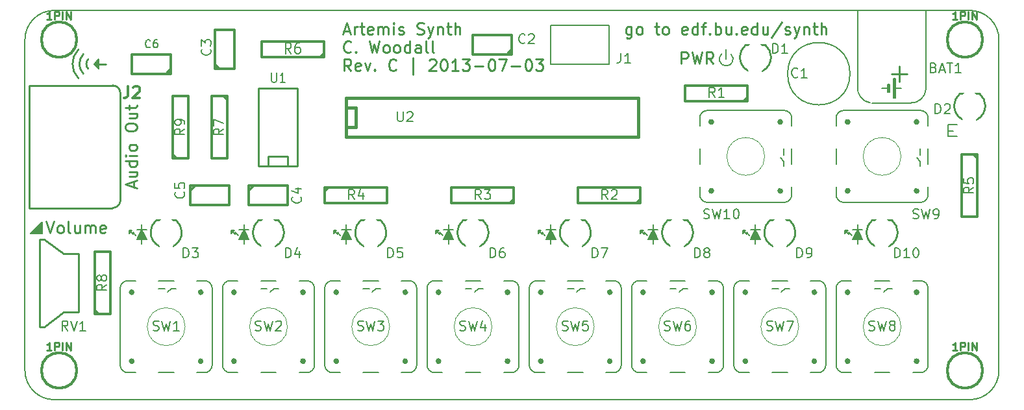
<source format=gto>
G04 (created by PCBNEW (2012-oct-18)-testing) date Thu 11 Jul 2013 02:17:37 PM EDT*
%MOIN*%
G04 Gerber Fmt 3.4, Leading zero omitted, Abs format*
%FSLAX34Y34*%
G01*
G70*
G90*
G04 APERTURE LIST*
%ADD10C,0.002*%
%ADD11C,0.008*%
%ADD12C,0.0059*%
%ADD13C,0.01*%
%ADD14C,0.009*%
%ADD15C,0.00590551*%
%ADD16C,0.004*%
%ADD17C,0.0137*%
%ADD18C,0.012*%
%ADD19C,0.015*%
%ADD20C,0.114173*%
%ADD21C,0.0708661*%
%ADD22C,0.0629921*%
%ADD23C,0.073874*%
%ADD24C,0.067874*%
%ADD25C,0.092874*%
%ADD26R,0.067874X0.067874*%
%ADD27R,0.062874X0.062874*%
%ADD28C,0.062874*%
%ADD29R,0.072874X0.072874*%
%ADD30C,0.072874*%
%ADD31C,0.081874*%
%ADD32C,0.167874*%
G04 APERTURE END LIST*
G54D10*
G54D11*
X106150Y-62700D02*
X106400Y-62700D01*
X106150Y-62950D02*
X106150Y-62700D01*
X106600Y-62950D02*
X106150Y-62950D01*
G54D12*
X106150Y-62950D02*
X106600Y-62950D01*
G54D11*
X106150Y-62350D02*
X106150Y-62950D01*
X106600Y-62350D02*
X106150Y-62350D01*
G54D12*
X106150Y-62350D02*
X106600Y-62350D01*
G54D13*
X103650Y-59750D02*
X103650Y-60150D01*
X103650Y-59350D02*
X103650Y-59750D01*
G54D12*
X103650Y-59750D02*
X103650Y-59350D01*
G54D13*
X104000Y-59750D02*
X104050Y-59750D01*
X104000Y-59750D02*
X103650Y-59750D01*
X103250Y-59750D02*
X104000Y-59750D01*
G54D12*
X62500Y-59450D02*
X62500Y-59150D01*
X62500Y-59250D02*
X62500Y-59450D01*
X62450Y-59250D02*
X62500Y-59250D01*
X62450Y-59400D02*
X62450Y-59250D01*
X62450Y-59300D02*
X62450Y-59400D01*
X62400Y-59350D02*
X62450Y-59300D01*
X62400Y-59150D02*
X62400Y-59350D01*
X62500Y-59150D02*
X62400Y-59150D01*
X62500Y-59200D02*
X62500Y-59150D01*
X62500Y-59050D02*
X62500Y-59200D01*
X62350Y-59200D02*
X62500Y-59050D01*
X62550Y-59200D02*
X62350Y-59200D01*
G54D13*
X62550Y-59250D02*
X62900Y-59250D01*
G54D12*
X62550Y-59500D02*
X62550Y-59250D01*
X62300Y-59250D02*
X62550Y-59500D01*
X62550Y-59250D02*
X62300Y-59250D01*
X62550Y-59000D02*
X62550Y-59250D01*
X62300Y-59250D02*
X62550Y-59000D01*
X105000Y-60500D02*
X105000Y-56500D01*
X101500Y-60500D02*
X101500Y-56500D01*
G54D14*
X64321Y-65585D02*
X64321Y-65299D01*
X64492Y-65642D02*
X63892Y-65442D01*
X64492Y-65242D01*
X64092Y-64785D02*
X64492Y-64785D01*
X64092Y-65042D02*
X64407Y-65042D01*
X64464Y-65014D01*
X64492Y-64957D01*
X64492Y-64871D01*
X64464Y-64814D01*
X64435Y-64785D01*
X64492Y-64242D02*
X63892Y-64242D01*
X64464Y-64242D02*
X64492Y-64299D01*
X64492Y-64414D01*
X64464Y-64471D01*
X64435Y-64499D01*
X64378Y-64528D01*
X64207Y-64528D01*
X64150Y-64499D01*
X64121Y-64471D01*
X64092Y-64414D01*
X64092Y-64299D01*
X64121Y-64242D01*
X64492Y-63957D02*
X64092Y-63957D01*
X63892Y-63957D02*
X63921Y-63985D01*
X63950Y-63957D01*
X63921Y-63928D01*
X63892Y-63957D01*
X63950Y-63957D01*
X64492Y-63585D02*
X64464Y-63642D01*
X64435Y-63671D01*
X64378Y-63699D01*
X64207Y-63699D01*
X64150Y-63671D01*
X64121Y-63642D01*
X64092Y-63585D01*
X64092Y-63499D01*
X64121Y-63442D01*
X64150Y-63414D01*
X64207Y-63385D01*
X64378Y-63385D01*
X64435Y-63414D01*
X64464Y-63442D01*
X64492Y-63499D01*
X64492Y-63585D01*
X63892Y-62557D02*
X63892Y-62442D01*
X63921Y-62385D01*
X63978Y-62328D01*
X64092Y-62299D01*
X64292Y-62299D01*
X64407Y-62328D01*
X64464Y-62385D01*
X64492Y-62442D01*
X64492Y-62557D01*
X64464Y-62614D01*
X64407Y-62671D01*
X64292Y-62699D01*
X64092Y-62699D01*
X63978Y-62671D01*
X63921Y-62614D01*
X63892Y-62557D01*
X64092Y-61785D02*
X64492Y-61785D01*
X64092Y-62042D02*
X64407Y-62042D01*
X64464Y-62014D01*
X64492Y-61957D01*
X64492Y-61871D01*
X64464Y-61814D01*
X64435Y-61785D01*
X64092Y-61585D02*
X64092Y-61357D01*
X63892Y-61500D02*
X64407Y-61500D01*
X64464Y-61471D01*
X64492Y-61414D01*
X64492Y-61357D01*
G54D11*
X94522Y-58729D02*
G75*
G03X95000Y-58750I227J-270D01*
G74*
G01*
X94750Y-58500D02*
X94750Y-59000D01*
G54D14*
X92450Y-59242D02*
X92450Y-58642D01*
X92678Y-58642D01*
X92735Y-58671D01*
X92764Y-58700D01*
X92792Y-58757D01*
X92792Y-58842D01*
X92764Y-58900D01*
X92735Y-58928D01*
X92678Y-58957D01*
X92450Y-58957D01*
X92992Y-58642D02*
X93135Y-59242D01*
X93250Y-58814D01*
X93364Y-59242D01*
X93507Y-58642D01*
X94078Y-59242D02*
X93878Y-58957D01*
X93735Y-59242D02*
X93735Y-58642D01*
X93964Y-58642D01*
X94021Y-58671D01*
X94050Y-58700D01*
X94078Y-58757D01*
X94078Y-58842D01*
X94050Y-58900D01*
X94021Y-58928D01*
X93964Y-58957D01*
X93735Y-58957D01*
X89878Y-57342D02*
X89878Y-57828D01*
X89850Y-57885D01*
X89821Y-57914D01*
X89764Y-57942D01*
X89678Y-57942D01*
X89621Y-57914D01*
X89878Y-57714D02*
X89821Y-57742D01*
X89707Y-57742D01*
X89650Y-57714D01*
X89621Y-57685D01*
X89592Y-57628D01*
X89592Y-57457D01*
X89621Y-57400D01*
X89650Y-57371D01*
X89707Y-57342D01*
X89821Y-57342D01*
X89878Y-57371D01*
X90250Y-57742D02*
X90192Y-57714D01*
X90164Y-57685D01*
X90135Y-57628D01*
X90135Y-57457D01*
X90164Y-57400D01*
X90192Y-57371D01*
X90250Y-57342D01*
X90335Y-57342D01*
X90392Y-57371D01*
X90421Y-57400D01*
X90450Y-57457D01*
X90450Y-57628D01*
X90421Y-57685D01*
X90392Y-57714D01*
X90335Y-57742D01*
X90250Y-57742D01*
X91078Y-57342D02*
X91307Y-57342D01*
X91164Y-57142D02*
X91164Y-57657D01*
X91192Y-57714D01*
X91250Y-57742D01*
X91307Y-57742D01*
X91592Y-57742D02*
X91535Y-57714D01*
X91507Y-57685D01*
X91478Y-57628D01*
X91478Y-57457D01*
X91507Y-57400D01*
X91535Y-57371D01*
X91592Y-57342D01*
X91678Y-57342D01*
X91735Y-57371D01*
X91764Y-57400D01*
X91792Y-57457D01*
X91792Y-57628D01*
X91764Y-57685D01*
X91735Y-57714D01*
X91678Y-57742D01*
X91592Y-57742D01*
X92735Y-57714D02*
X92678Y-57742D01*
X92564Y-57742D01*
X92507Y-57714D01*
X92478Y-57657D01*
X92478Y-57428D01*
X92507Y-57371D01*
X92564Y-57342D01*
X92678Y-57342D01*
X92735Y-57371D01*
X92764Y-57428D01*
X92764Y-57485D01*
X92478Y-57542D01*
X93278Y-57742D02*
X93278Y-57142D01*
X93278Y-57714D02*
X93221Y-57742D01*
X93107Y-57742D01*
X93050Y-57714D01*
X93021Y-57685D01*
X92992Y-57628D01*
X92992Y-57457D01*
X93021Y-57400D01*
X93050Y-57371D01*
X93107Y-57342D01*
X93221Y-57342D01*
X93278Y-57371D01*
X93478Y-57342D02*
X93707Y-57342D01*
X93564Y-57742D02*
X93564Y-57228D01*
X93592Y-57171D01*
X93650Y-57142D01*
X93707Y-57142D01*
X93907Y-57685D02*
X93935Y-57714D01*
X93907Y-57742D01*
X93878Y-57714D01*
X93907Y-57685D01*
X93907Y-57742D01*
X94192Y-57742D02*
X94192Y-57142D01*
X94192Y-57371D02*
X94250Y-57342D01*
X94364Y-57342D01*
X94421Y-57371D01*
X94450Y-57400D01*
X94478Y-57457D01*
X94478Y-57628D01*
X94450Y-57685D01*
X94421Y-57714D01*
X94364Y-57742D01*
X94250Y-57742D01*
X94192Y-57714D01*
X94992Y-57342D02*
X94992Y-57742D01*
X94735Y-57342D02*
X94735Y-57657D01*
X94764Y-57714D01*
X94821Y-57742D01*
X94907Y-57742D01*
X94964Y-57714D01*
X94992Y-57685D01*
X95278Y-57685D02*
X95307Y-57714D01*
X95278Y-57742D01*
X95250Y-57714D01*
X95278Y-57685D01*
X95278Y-57742D01*
X95792Y-57714D02*
X95735Y-57742D01*
X95621Y-57742D01*
X95564Y-57714D01*
X95535Y-57657D01*
X95535Y-57428D01*
X95564Y-57371D01*
X95621Y-57342D01*
X95735Y-57342D01*
X95792Y-57371D01*
X95821Y-57428D01*
X95821Y-57485D01*
X95535Y-57542D01*
X96335Y-57742D02*
X96335Y-57142D01*
X96335Y-57714D02*
X96278Y-57742D01*
X96164Y-57742D01*
X96107Y-57714D01*
X96078Y-57685D01*
X96050Y-57628D01*
X96050Y-57457D01*
X96078Y-57400D01*
X96107Y-57371D01*
X96164Y-57342D01*
X96278Y-57342D01*
X96335Y-57371D01*
X96878Y-57342D02*
X96878Y-57742D01*
X96621Y-57342D02*
X96621Y-57657D01*
X96650Y-57714D01*
X96707Y-57742D01*
X96792Y-57742D01*
X96850Y-57714D01*
X96878Y-57685D01*
X97592Y-57114D02*
X97078Y-57885D01*
X97764Y-57714D02*
X97821Y-57742D01*
X97935Y-57742D01*
X97992Y-57714D01*
X98021Y-57657D01*
X98021Y-57628D01*
X97992Y-57571D01*
X97935Y-57542D01*
X97850Y-57542D01*
X97792Y-57514D01*
X97764Y-57457D01*
X97764Y-57428D01*
X97792Y-57371D01*
X97850Y-57342D01*
X97935Y-57342D01*
X97992Y-57371D01*
X98221Y-57342D02*
X98364Y-57742D01*
X98507Y-57342D02*
X98364Y-57742D01*
X98307Y-57885D01*
X98278Y-57914D01*
X98221Y-57942D01*
X98735Y-57342D02*
X98735Y-57742D01*
X98735Y-57400D02*
X98764Y-57371D01*
X98821Y-57342D01*
X98907Y-57342D01*
X98964Y-57371D01*
X98992Y-57428D01*
X98992Y-57742D01*
X99192Y-57342D02*
X99421Y-57342D01*
X99278Y-57142D02*
X99278Y-57657D01*
X99307Y-57714D01*
X99364Y-57742D01*
X99421Y-57742D01*
X99621Y-57742D02*
X99621Y-57142D01*
X99878Y-57742D02*
X99878Y-57428D01*
X99850Y-57371D01*
X99792Y-57342D01*
X99707Y-57342D01*
X99650Y-57371D01*
X99621Y-57400D01*
X75114Y-57571D02*
X75400Y-57571D01*
X75057Y-57742D02*
X75257Y-57142D01*
X75457Y-57742D01*
X75657Y-57742D02*
X75657Y-57342D01*
X75657Y-57457D02*
X75685Y-57400D01*
X75714Y-57371D01*
X75771Y-57342D01*
X75828Y-57342D01*
X75942Y-57342D02*
X76171Y-57342D01*
X76028Y-57142D02*
X76028Y-57657D01*
X76057Y-57714D01*
X76114Y-57742D01*
X76171Y-57742D01*
X76600Y-57714D02*
X76542Y-57742D01*
X76428Y-57742D01*
X76371Y-57714D01*
X76342Y-57657D01*
X76342Y-57428D01*
X76371Y-57371D01*
X76428Y-57342D01*
X76542Y-57342D01*
X76600Y-57371D01*
X76628Y-57428D01*
X76628Y-57485D01*
X76342Y-57542D01*
X76885Y-57742D02*
X76885Y-57342D01*
X76885Y-57400D02*
X76914Y-57371D01*
X76971Y-57342D01*
X77057Y-57342D01*
X77114Y-57371D01*
X77142Y-57428D01*
X77142Y-57742D01*
X77142Y-57428D02*
X77171Y-57371D01*
X77228Y-57342D01*
X77314Y-57342D01*
X77371Y-57371D01*
X77400Y-57428D01*
X77400Y-57742D01*
X77685Y-57742D02*
X77685Y-57342D01*
X77685Y-57142D02*
X77657Y-57171D01*
X77685Y-57200D01*
X77714Y-57171D01*
X77685Y-57142D01*
X77685Y-57200D01*
X77942Y-57714D02*
X78000Y-57742D01*
X78114Y-57742D01*
X78171Y-57714D01*
X78200Y-57657D01*
X78200Y-57628D01*
X78171Y-57571D01*
X78114Y-57542D01*
X78028Y-57542D01*
X77971Y-57514D01*
X77942Y-57457D01*
X77942Y-57428D01*
X77971Y-57371D01*
X78028Y-57342D01*
X78114Y-57342D01*
X78171Y-57371D01*
X78885Y-57714D02*
X78971Y-57742D01*
X79114Y-57742D01*
X79171Y-57714D01*
X79200Y-57685D01*
X79228Y-57628D01*
X79228Y-57571D01*
X79200Y-57514D01*
X79171Y-57485D01*
X79114Y-57457D01*
X79000Y-57428D01*
X78942Y-57400D01*
X78914Y-57371D01*
X78885Y-57314D01*
X78885Y-57257D01*
X78914Y-57200D01*
X78942Y-57171D01*
X79000Y-57142D01*
X79142Y-57142D01*
X79228Y-57171D01*
X79428Y-57342D02*
X79571Y-57742D01*
X79714Y-57342D02*
X79571Y-57742D01*
X79514Y-57885D01*
X79485Y-57914D01*
X79428Y-57942D01*
X79942Y-57342D02*
X79942Y-57742D01*
X79942Y-57400D02*
X79971Y-57371D01*
X80028Y-57342D01*
X80114Y-57342D01*
X80171Y-57371D01*
X80200Y-57428D01*
X80200Y-57742D01*
X80400Y-57342D02*
X80628Y-57342D01*
X80485Y-57142D02*
X80485Y-57657D01*
X80514Y-57714D01*
X80571Y-57742D01*
X80628Y-57742D01*
X80828Y-57742D02*
X80828Y-57142D01*
X81085Y-57742D02*
X81085Y-57428D01*
X81057Y-57371D01*
X81000Y-57342D01*
X80914Y-57342D01*
X80857Y-57371D01*
X80828Y-57400D01*
X75485Y-58615D02*
X75457Y-58644D01*
X75371Y-58672D01*
X75314Y-58672D01*
X75228Y-58644D01*
X75171Y-58587D01*
X75142Y-58530D01*
X75114Y-58415D01*
X75114Y-58330D01*
X75142Y-58215D01*
X75171Y-58158D01*
X75228Y-58101D01*
X75314Y-58072D01*
X75371Y-58072D01*
X75457Y-58101D01*
X75485Y-58130D01*
X75742Y-58615D02*
X75771Y-58644D01*
X75742Y-58672D01*
X75714Y-58644D01*
X75742Y-58615D01*
X75742Y-58672D01*
X76428Y-58072D02*
X76571Y-58672D01*
X76685Y-58244D01*
X76800Y-58672D01*
X76942Y-58072D01*
X77257Y-58672D02*
X77200Y-58644D01*
X77171Y-58615D01*
X77142Y-58558D01*
X77142Y-58387D01*
X77171Y-58330D01*
X77200Y-58301D01*
X77257Y-58272D01*
X77342Y-58272D01*
X77400Y-58301D01*
X77428Y-58330D01*
X77457Y-58387D01*
X77457Y-58558D01*
X77428Y-58615D01*
X77400Y-58644D01*
X77342Y-58672D01*
X77257Y-58672D01*
X77799Y-58672D02*
X77742Y-58644D01*
X77714Y-58615D01*
X77685Y-58558D01*
X77685Y-58387D01*
X77714Y-58330D01*
X77742Y-58301D01*
X77799Y-58272D01*
X77885Y-58272D01*
X77942Y-58301D01*
X77971Y-58330D01*
X77999Y-58387D01*
X77999Y-58558D01*
X77971Y-58615D01*
X77942Y-58644D01*
X77885Y-58672D01*
X77799Y-58672D01*
X78514Y-58672D02*
X78514Y-58072D01*
X78514Y-58644D02*
X78457Y-58672D01*
X78342Y-58672D01*
X78285Y-58644D01*
X78257Y-58615D01*
X78228Y-58558D01*
X78228Y-58387D01*
X78257Y-58330D01*
X78285Y-58301D01*
X78342Y-58272D01*
X78457Y-58272D01*
X78514Y-58301D01*
X79057Y-58672D02*
X79057Y-58358D01*
X79028Y-58301D01*
X78971Y-58272D01*
X78857Y-58272D01*
X78799Y-58301D01*
X79057Y-58644D02*
X78999Y-58672D01*
X78857Y-58672D01*
X78799Y-58644D01*
X78771Y-58587D01*
X78771Y-58530D01*
X78799Y-58472D01*
X78857Y-58444D01*
X78999Y-58444D01*
X79057Y-58415D01*
X79428Y-58672D02*
X79371Y-58644D01*
X79342Y-58587D01*
X79342Y-58072D01*
X79742Y-58672D02*
X79685Y-58644D01*
X79657Y-58587D01*
X79657Y-58072D01*
X75485Y-59602D02*
X75285Y-59317D01*
X75142Y-59602D02*
X75142Y-59002D01*
X75371Y-59002D01*
X75428Y-59031D01*
X75457Y-59060D01*
X75485Y-59117D01*
X75485Y-59202D01*
X75457Y-59260D01*
X75428Y-59288D01*
X75371Y-59317D01*
X75142Y-59317D01*
X75971Y-59574D02*
X75914Y-59602D01*
X75800Y-59602D01*
X75742Y-59574D01*
X75714Y-59517D01*
X75714Y-59288D01*
X75742Y-59231D01*
X75800Y-59202D01*
X75914Y-59202D01*
X75971Y-59231D01*
X76000Y-59288D01*
X76000Y-59345D01*
X75714Y-59402D01*
X76200Y-59202D02*
X76342Y-59602D01*
X76485Y-59202D01*
X76714Y-59545D02*
X76742Y-59574D01*
X76714Y-59602D01*
X76685Y-59574D01*
X76714Y-59545D01*
X76714Y-59602D01*
X77800Y-59545D02*
X77771Y-59574D01*
X77685Y-59602D01*
X77628Y-59602D01*
X77542Y-59574D01*
X77485Y-59517D01*
X77457Y-59460D01*
X77428Y-59345D01*
X77428Y-59260D01*
X77457Y-59145D01*
X77485Y-59088D01*
X77542Y-59031D01*
X77628Y-59002D01*
X77685Y-59002D01*
X77771Y-59031D01*
X77800Y-59060D01*
X78657Y-59802D02*
X78657Y-58945D01*
X79514Y-59060D02*
X79542Y-59031D01*
X79600Y-59002D01*
X79742Y-59002D01*
X79800Y-59031D01*
X79828Y-59060D01*
X79857Y-59117D01*
X79857Y-59174D01*
X79828Y-59260D01*
X79485Y-59602D01*
X79857Y-59602D01*
X80228Y-59002D02*
X80285Y-59002D01*
X80342Y-59031D01*
X80371Y-59060D01*
X80400Y-59117D01*
X80428Y-59231D01*
X80428Y-59374D01*
X80400Y-59488D01*
X80371Y-59545D01*
X80342Y-59574D01*
X80285Y-59602D01*
X80228Y-59602D01*
X80171Y-59574D01*
X80142Y-59545D01*
X80114Y-59488D01*
X80085Y-59374D01*
X80085Y-59231D01*
X80114Y-59117D01*
X80142Y-59060D01*
X80171Y-59031D01*
X80228Y-59002D01*
X81000Y-59602D02*
X80657Y-59602D01*
X80828Y-59602D02*
X80828Y-59002D01*
X80771Y-59088D01*
X80714Y-59145D01*
X80657Y-59174D01*
X81200Y-59002D02*
X81571Y-59002D01*
X81371Y-59231D01*
X81457Y-59231D01*
X81514Y-59260D01*
X81542Y-59288D01*
X81571Y-59345D01*
X81571Y-59488D01*
X81542Y-59545D01*
X81514Y-59574D01*
X81457Y-59602D01*
X81285Y-59602D01*
X81228Y-59574D01*
X81200Y-59545D01*
X81828Y-59374D02*
X82285Y-59374D01*
X82685Y-59002D02*
X82742Y-59002D01*
X82800Y-59031D01*
X82828Y-59060D01*
X82857Y-59117D01*
X82885Y-59231D01*
X82885Y-59374D01*
X82857Y-59488D01*
X82828Y-59545D01*
X82800Y-59574D01*
X82742Y-59602D01*
X82685Y-59602D01*
X82628Y-59574D01*
X82600Y-59545D01*
X82571Y-59488D01*
X82542Y-59374D01*
X82542Y-59231D01*
X82571Y-59117D01*
X82600Y-59060D01*
X82628Y-59031D01*
X82685Y-59002D01*
X83085Y-59002D02*
X83485Y-59002D01*
X83228Y-59602D01*
X83714Y-59374D02*
X84171Y-59374D01*
X84571Y-59002D02*
X84628Y-59002D01*
X84685Y-59031D01*
X84714Y-59060D01*
X84742Y-59117D01*
X84771Y-59231D01*
X84771Y-59374D01*
X84742Y-59488D01*
X84714Y-59545D01*
X84685Y-59574D01*
X84628Y-59602D01*
X84571Y-59602D01*
X84514Y-59574D01*
X84485Y-59545D01*
X84457Y-59488D01*
X84428Y-59374D01*
X84428Y-59231D01*
X84457Y-59117D01*
X84485Y-59060D01*
X84514Y-59031D01*
X84571Y-59002D01*
X84971Y-59002D02*
X85342Y-59002D01*
X85142Y-59231D01*
X85228Y-59231D01*
X85285Y-59260D01*
X85314Y-59288D01*
X85342Y-59345D01*
X85342Y-59488D01*
X85314Y-59545D01*
X85285Y-59574D01*
X85228Y-59602D01*
X85057Y-59602D01*
X85000Y-59574D01*
X84971Y-59545D01*
G54D12*
X101500Y-60399D02*
G75*
G03X102149Y-61249I749J-100D01*
G74*
G01*
X104200Y-61250D02*
G75*
G03X105000Y-60549I49J750D01*
G74*
G01*
X104250Y-61250D02*
X102250Y-61250D01*
X103400Y-61000D02*
X103400Y-60000D01*
X103350Y-61000D02*
X103400Y-61000D01*
X103350Y-60000D02*
X103350Y-61000D01*
X103450Y-60000D02*
X103350Y-60000D01*
X59400Y-67800D02*
X59400Y-67650D01*
X59350Y-67850D02*
X59400Y-67800D01*
X59350Y-67700D02*
X59350Y-67850D01*
X59450Y-67600D02*
X59350Y-67700D01*
X59450Y-67850D02*
X59450Y-67600D01*
X59200Y-67850D02*
X59450Y-67850D01*
X59500Y-67550D02*
X59200Y-67850D01*
X59500Y-67800D02*
X59500Y-67550D01*
X59200Y-67800D02*
X59500Y-67800D01*
X59100Y-67900D02*
X59200Y-67800D01*
X59500Y-67900D02*
X59100Y-67900D01*
X59500Y-67950D02*
X59500Y-67900D01*
X59500Y-67500D02*
X59500Y-67950D01*
X59550Y-67450D02*
X59500Y-67500D01*
X59550Y-67950D02*
X59550Y-67450D01*
X59600Y-67950D02*
X59550Y-67950D01*
X59600Y-67400D02*
X59600Y-67950D01*
X59050Y-67950D02*
X59600Y-67400D01*
X59650Y-67950D02*
X59050Y-67950D01*
X59650Y-67350D02*
X59650Y-67950D01*
X59050Y-67950D02*
X59650Y-67350D01*
G54D14*
X59842Y-67342D02*
X60042Y-67942D01*
X60242Y-67342D01*
X60528Y-67942D02*
X60471Y-67914D01*
X60442Y-67885D01*
X60414Y-67828D01*
X60414Y-67657D01*
X60442Y-67600D01*
X60471Y-67571D01*
X60528Y-67542D01*
X60614Y-67542D01*
X60671Y-67571D01*
X60700Y-67600D01*
X60728Y-67657D01*
X60728Y-67828D01*
X60700Y-67885D01*
X60671Y-67914D01*
X60614Y-67942D01*
X60528Y-67942D01*
X61071Y-67942D02*
X61014Y-67914D01*
X60985Y-67857D01*
X60985Y-67342D01*
X61557Y-67542D02*
X61557Y-67942D01*
X61300Y-67542D02*
X61300Y-67857D01*
X61328Y-67914D01*
X61385Y-67942D01*
X61471Y-67942D01*
X61528Y-67914D01*
X61557Y-67885D01*
X61842Y-67942D02*
X61842Y-67542D01*
X61842Y-67600D02*
X61871Y-67571D01*
X61928Y-67542D01*
X62014Y-67542D01*
X62071Y-67571D01*
X62100Y-67628D01*
X62100Y-67942D01*
X62100Y-67628D02*
X62128Y-67571D01*
X62185Y-67542D01*
X62271Y-67542D01*
X62328Y-67571D01*
X62357Y-67628D01*
X62357Y-67942D01*
X62871Y-67914D02*
X62814Y-67942D01*
X62700Y-67942D01*
X62642Y-67914D01*
X62614Y-67857D01*
X62614Y-67628D01*
X62642Y-67571D01*
X62700Y-67542D01*
X62814Y-67542D01*
X62871Y-67571D01*
X62900Y-67628D01*
X62900Y-67685D01*
X62614Y-67742D01*
G54D13*
X61500Y-58500D02*
G75*
G03X61500Y-59999I749J-749D01*
G74*
G01*
X62000Y-59000D02*
G75*
G03X62000Y-59500I250J-250D01*
G74*
G01*
X61750Y-58750D02*
G75*
G03X61750Y-59750I500J-500D01*
G74*
G01*
G54D12*
X103100Y-60700D02*
X103100Y-60300D01*
X103050Y-60700D02*
X103100Y-60700D01*
X103150Y-60700D02*
X103050Y-60700D01*
X103150Y-60300D02*
X103150Y-60700D01*
X103050Y-60300D02*
X103150Y-60300D01*
X103450Y-61000D02*
X103450Y-60000D01*
G54D11*
X103450Y-60500D02*
X103750Y-60500D01*
G54D12*
X103050Y-60300D02*
X103050Y-60700D01*
X103050Y-60500D02*
X103050Y-60300D01*
G54D11*
X102750Y-60500D02*
X103050Y-60500D01*
G54D15*
X58750Y-75000D02*
X58750Y-58000D01*
X107250Y-76500D02*
X60250Y-76500D01*
X108750Y-58000D02*
X108750Y-75000D01*
X60250Y-56500D02*
X107250Y-56500D01*
X107250Y-76500D02*
G75*
G03X108750Y-75000I0J1500D01*
G74*
G01*
X108750Y-58000D02*
G75*
G03X107250Y-56500I-1500J0D01*
G74*
G01*
X58750Y-75000D02*
G75*
G03X60250Y-76500I1500J0D01*
G74*
G01*
X60250Y-56500D02*
G75*
G03X58750Y-58000I0J-1500D01*
G74*
G01*
G54D13*
X63250Y-66650D02*
X59000Y-66650D01*
X60500Y-60350D02*
X59000Y-60350D01*
X59000Y-60350D02*
X59200Y-60350D01*
X63649Y-66255D02*
X63649Y-60744D01*
X63649Y-60744D02*
X63649Y-64090D01*
X58978Y-60350D02*
X58978Y-66649D01*
X63255Y-60350D02*
X60500Y-60350D01*
X63255Y-66649D02*
G75*
G03X63649Y-66255I0J393D01*
G74*
G01*
X63649Y-60755D02*
G75*
G03X63255Y-60350I-399J5D01*
G74*
G01*
X107750Y-60780D02*
X106750Y-60780D01*
X106736Y-60786D02*
G75*
G03X106450Y-61400I513J-613D01*
G74*
G01*
X106451Y-61400D02*
G75*
G03X106873Y-62104I799J0D01*
G74*
G01*
X108048Y-61398D02*
G75*
G03X107765Y-60789I-798J-1D01*
G74*
G01*
X107647Y-62094D02*
G75*
G03X108050Y-61400I-397J694D01*
G74*
G01*
X106870Y-62104D02*
G75*
G03X107250Y-62200I379J704D01*
G74*
G01*
X107250Y-62199D02*
G75*
G03X107668Y-62081I0J799D01*
G74*
G01*
X96750Y-58280D02*
X95750Y-58280D01*
X95736Y-58286D02*
G75*
G03X95450Y-58900I513J-613D01*
G74*
G01*
X95451Y-58900D02*
G75*
G03X95873Y-59604I799J0D01*
G74*
G01*
X97048Y-58898D02*
G75*
G03X96765Y-58289I-798J-1D01*
G74*
G01*
X96647Y-59594D02*
G75*
G03X97050Y-58900I-397J694D01*
G74*
G01*
X95870Y-59604D02*
G75*
G03X96250Y-59700I379J704D01*
G74*
G01*
X96250Y-59699D02*
G75*
G03X96668Y-59581I0J799D01*
G74*
G01*
X59500Y-70500D02*
X59500Y-68250D01*
X59500Y-68250D02*
X59750Y-68250D01*
X59750Y-68250D02*
X60750Y-69000D01*
X59500Y-70500D02*
X59500Y-72750D01*
X59500Y-72750D02*
X59750Y-72750D01*
X59750Y-72750D02*
X60750Y-72000D01*
X60750Y-72000D02*
X61500Y-72000D01*
X61500Y-69000D02*
X60750Y-69000D01*
X61500Y-72000D02*
X61500Y-69000D01*
G54D11*
X97718Y-64511D02*
X97718Y-64275D01*
X97718Y-64275D02*
X97521Y-64078D01*
X97718Y-63922D02*
X97718Y-63607D01*
X93388Y-62426D02*
X93388Y-62032D01*
X93782Y-61638D02*
X97718Y-61638D01*
X98112Y-62032D02*
X98112Y-62426D01*
X98112Y-63607D02*
X98112Y-64393D01*
X98112Y-65574D02*
X98112Y-65968D01*
X97718Y-66362D02*
X93782Y-66362D01*
X93388Y-65968D02*
X93388Y-65574D01*
X93388Y-64393D02*
X93388Y-63607D01*
G54D16*
X96722Y-64000D02*
G75*
G03X96722Y-64000I-972J0D01*
G74*
G01*
G54D17*
X94062Y-62229D02*
G75*
G03X94062Y-62229I-83J0D01*
G74*
G01*
X97604Y-62229D02*
G75*
G03X97604Y-62229I-83J0D01*
G74*
G01*
X97604Y-65771D02*
G75*
G03X97604Y-65771I-83J0D01*
G74*
G01*
X94062Y-65771D02*
G75*
G03X94062Y-65771I-83J0D01*
G74*
G01*
G54D11*
X93782Y-61638D02*
G75*
G03X93388Y-62032I0J-394D01*
G74*
G01*
X98112Y-62032D02*
G75*
G03X97718Y-61638I-394J0D01*
G74*
G01*
X97718Y-66362D02*
G75*
G03X98112Y-65968I0J394D01*
G74*
G01*
X93388Y-65968D02*
G75*
G03X93782Y-66362I394J0D01*
G74*
G01*
X104718Y-64511D02*
X104718Y-64275D01*
X104718Y-64275D02*
X104521Y-64078D01*
X104718Y-63922D02*
X104718Y-63607D01*
X100388Y-62426D02*
X100388Y-62032D01*
X100782Y-61638D02*
X104718Y-61638D01*
X105112Y-62032D02*
X105112Y-62426D01*
X105112Y-63607D02*
X105112Y-64393D01*
X105112Y-65574D02*
X105112Y-65968D01*
X104718Y-66362D02*
X100782Y-66362D01*
X100388Y-65968D02*
X100388Y-65574D01*
X100388Y-64393D02*
X100388Y-63607D01*
G54D16*
X103722Y-64000D02*
G75*
G03X103722Y-64000I-972J0D01*
G74*
G01*
G54D17*
X101062Y-62229D02*
G75*
G03X101062Y-62229I-83J0D01*
G74*
G01*
X104604Y-62229D02*
G75*
G03X104604Y-62229I-83J0D01*
G74*
G01*
X104604Y-65771D02*
G75*
G03X104604Y-65771I-83J0D01*
G74*
G01*
X101062Y-65771D02*
G75*
G03X101062Y-65771I-83J0D01*
G74*
G01*
G54D11*
X100782Y-61638D02*
G75*
G03X100388Y-62032I0J-394D01*
G74*
G01*
X105112Y-62032D02*
G75*
G03X104718Y-61638I-394J0D01*
G74*
G01*
X104718Y-66362D02*
G75*
G03X105112Y-65968I0J394D01*
G74*
G01*
X100388Y-65968D02*
G75*
G03X100782Y-66362I394J0D01*
G74*
G01*
X92761Y-70782D02*
X92525Y-70782D01*
X92525Y-70782D02*
X92328Y-70979D01*
X92172Y-70782D02*
X91857Y-70782D01*
X90676Y-75112D02*
X90282Y-75112D01*
X89888Y-74718D02*
X89888Y-70782D01*
X90282Y-70388D02*
X90676Y-70388D01*
X91857Y-70388D02*
X92643Y-70388D01*
X93824Y-70388D02*
X94218Y-70388D01*
X94612Y-70782D02*
X94612Y-74718D01*
X94218Y-75112D02*
X93824Y-75112D01*
X92643Y-75112D02*
X91857Y-75112D01*
G54D16*
X93222Y-72750D02*
G75*
G03X93222Y-72750I-972J0D01*
G74*
G01*
G54D17*
X90562Y-74521D02*
G75*
G03X90562Y-74521I-83J0D01*
G74*
G01*
X90562Y-70979D02*
G75*
G03X90562Y-70979I-83J0D01*
G74*
G01*
X94104Y-70979D02*
G75*
G03X94104Y-70979I-83J0D01*
G74*
G01*
X94104Y-74521D02*
G75*
G03X94104Y-74521I-83J0D01*
G74*
G01*
G54D11*
X89888Y-74718D02*
G75*
G03X90282Y-75112I394J0D01*
G74*
G01*
X90282Y-70388D02*
G75*
G03X89888Y-70782I0J-394D01*
G74*
G01*
X94612Y-70782D02*
G75*
G03X94218Y-70388I-394J0D01*
G74*
G01*
X94218Y-75112D02*
G75*
G03X94612Y-74718I0J394D01*
G74*
G01*
X98011Y-70782D02*
X97775Y-70782D01*
X97775Y-70782D02*
X97578Y-70979D01*
X97422Y-70782D02*
X97107Y-70782D01*
X95926Y-75112D02*
X95532Y-75112D01*
X95138Y-74718D02*
X95138Y-70782D01*
X95532Y-70388D02*
X95926Y-70388D01*
X97107Y-70388D02*
X97893Y-70388D01*
X99074Y-70388D02*
X99468Y-70388D01*
X99862Y-70782D02*
X99862Y-74718D01*
X99468Y-75112D02*
X99074Y-75112D01*
X97893Y-75112D02*
X97107Y-75112D01*
G54D16*
X98472Y-72750D02*
G75*
G03X98472Y-72750I-972J0D01*
G74*
G01*
G54D17*
X95812Y-74521D02*
G75*
G03X95812Y-74521I-83J0D01*
G74*
G01*
X95812Y-70979D02*
G75*
G03X95812Y-70979I-83J0D01*
G74*
G01*
X99354Y-70979D02*
G75*
G03X99354Y-70979I-83J0D01*
G74*
G01*
X99354Y-74521D02*
G75*
G03X99354Y-74521I-83J0D01*
G74*
G01*
G54D11*
X95138Y-74718D02*
G75*
G03X95532Y-75112I394J0D01*
G74*
G01*
X95532Y-70388D02*
G75*
G03X95138Y-70782I0J-394D01*
G74*
G01*
X99862Y-70782D02*
G75*
G03X99468Y-70388I-394J0D01*
G74*
G01*
X99468Y-75112D02*
G75*
G03X99862Y-74718I0J394D01*
G74*
G01*
X103261Y-70782D02*
X103025Y-70782D01*
X103025Y-70782D02*
X102828Y-70979D01*
X102672Y-70782D02*
X102357Y-70782D01*
X101176Y-75112D02*
X100782Y-75112D01*
X100388Y-74718D02*
X100388Y-70782D01*
X100782Y-70388D02*
X101176Y-70388D01*
X102357Y-70388D02*
X103143Y-70388D01*
X104324Y-70388D02*
X104718Y-70388D01*
X105112Y-70782D02*
X105112Y-74718D01*
X104718Y-75112D02*
X104324Y-75112D01*
X103143Y-75112D02*
X102357Y-75112D01*
G54D16*
X103722Y-72750D02*
G75*
G03X103722Y-72750I-972J0D01*
G74*
G01*
G54D17*
X101062Y-74521D02*
G75*
G03X101062Y-74521I-83J0D01*
G74*
G01*
X101062Y-70979D02*
G75*
G03X101062Y-70979I-83J0D01*
G74*
G01*
X104604Y-70979D02*
G75*
G03X104604Y-70979I-83J0D01*
G74*
G01*
X104604Y-74521D02*
G75*
G03X104604Y-74521I-83J0D01*
G74*
G01*
G54D11*
X100388Y-74718D02*
G75*
G03X100782Y-75112I394J0D01*
G74*
G01*
X100782Y-70388D02*
G75*
G03X100388Y-70782I0J-394D01*
G74*
G01*
X105112Y-70782D02*
G75*
G03X104718Y-70388I-394J0D01*
G74*
G01*
X104718Y-75112D02*
G75*
G03X105112Y-74718I0J394D01*
G74*
G01*
X66511Y-70782D02*
X66275Y-70782D01*
X66275Y-70782D02*
X66078Y-70979D01*
X65922Y-70782D02*
X65607Y-70782D01*
X64426Y-75112D02*
X64032Y-75112D01*
X63638Y-74718D02*
X63638Y-70782D01*
X64032Y-70388D02*
X64426Y-70388D01*
X65607Y-70388D02*
X66393Y-70388D01*
X67574Y-70388D02*
X67968Y-70388D01*
X68362Y-70782D02*
X68362Y-74718D01*
X67968Y-75112D02*
X67574Y-75112D01*
X66393Y-75112D02*
X65607Y-75112D01*
G54D16*
X66972Y-72750D02*
G75*
G03X66972Y-72750I-972J0D01*
G74*
G01*
G54D17*
X64312Y-74521D02*
G75*
G03X64312Y-74521I-83J0D01*
G74*
G01*
X64312Y-70979D02*
G75*
G03X64312Y-70979I-83J0D01*
G74*
G01*
X67854Y-70979D02*
G75*
G03X67854Y-70979I-83J0D01*
G74*
G01*
X67854Y-74521D02*
G75*
G03X67854Y-74521I-83J0D01*
G74*
G01*
G54D11*
X63638Y-74718D02*
G75*
G03X64032Y-75112I394J0D01*
G74*
G01*
X64032Y-70388D02*
G75*
G03X63638Y-70782I0J-394D01*
G74*
G01*
X68362Y-70782D02*
G75*
G03X67968Y-70388I-394J0D01*
G74*
G01*
X67968Y-75112D02*
G75*
G03X68362Y-74718I0J394D01*
G74*
G01*
X71761Y-70782D02*
X71525Y-70782D01*
X71525Y-70782D02*
X71328Y-70979D01*
X71172Y-70782D02*
X70857Y-70782D01*
X69676Y-75112D02*
X69282Y-75112D01*
X68888Y-74718D02*
X68888Y-70782D01*
X69282Y-70388D02*
X69676Y-70388D01*
X70857Y-70388D02*
X71643Y-70388D01*
X72824Y-70388D02*
X73218Y-70388D01*
X73612Y-70782D02*
X73612Y-74718D01*
X73218Y-75112D02*
X72824Y-75112D01*
X71643Y-75112D02*
X70857Y-75112D01*
G54D16*
X72222Y-72750D02*
G75*
G03X72222Y-72750I-972J0D01*
G74*
G01*
G54D17*
X69562Y-74521D02*
G75*
G03X69562Y-74521I-83J0D01*
G74*
G01*
X69562Y-70979D02*
G75*
G03X69562Y-70979I-83J0D01*
G74*
G01*
X73104Y-70979D02*
G75*
G03X73104Y-70979I-83J0D01*
G74*
G01*
X73104Y-74521D02*
G75*
G03X73104Y-74521I-83J0D01*
G74*
G01*
G54D11*
X68888Y-74718D02*
G75*
G03X69282Y-75112I394J0D01*
G74*
G01*
X69282Y-70388D02*
G75*
G03X68888Y-70782I0J-394D01*
G74*
G01*
X73612Y-70782D02*
G75*
G03X73218Y-70388I-394J0D01*
G74*
G01*
X73218Y-75112D02*
G75*
G03X73612Y-74718I0J394D01*
G74*
G01*
X77011Y-70782D02*
X76775Y-70782D01*
X76775Y-70782D02*
X76578Y-70979D01*
X76422Y-70782D02*
X76107Y-70782D01*
X74926Y-75112D02*
X74532Y-75112D01*
X74138Y-74718D02*
X74138Y-70782D01*
X74532Y-70388D02*
X74926Y-70388D01*
X76107Y-70388D02*
X76893Y-70388D01*
X78074Y-70388D02*
X78468Y-70388D01*
X78862Y-70782D02*
X78862Y-74718D01*
X78468Y-75112D02*
X78074Y-75112D01*
X76893Y-75112D02*
X76107Y-75112D01*
G54D16*
X77472Y-72750D02*
G75*
G03X77472Y-72750I-972J0D01*
G74*
G01*
G54D17*
X74812Y-74521D02*
G75*
G03X74812Y-74521I-83J0D01*
G74*
G01*
X74812Y-70979D02*
G75*
G03X74812Y-70979I-83J0D01*
G74*
G01*
X78354Y-70979D02*
G75*
G03X78354Y-70979I-83J0D01*
G74*
G01*
X78354Y-74521D02*
G75*
G03X78354Y-74521I-83J0D01*
G74*
G01*
G54D11*
X74138Y-74718D02*
G75*
G03X74532Y-75112I394J0D01*
G74*
G01*
X74532Y-70388D02*
G75*
G03X74138Y-70782I0J-394D01*
G74*
G01*
X78862Y-70782D02*
G75*
G03X78468Y-70388I-394J0D01*
G74*
G01*
X78468Y-75112D02*
G75*
G03X78862Y-74718I0J394D01*
G74*
G01*
X82261Y-70782D02*
X82025Y-70782D01*
X82025Y-70782D02*
X81828Y-70979D01*
X81672Y-70782D02*
X81357Y-70782D01*
X80176Y-75112D02*
X79782Y-75112D01*
X79388Y-74718D02*
X79388Y-70782D01*
X79782Y-70388D02*
X80176Y-70388D01*
X81357Y-70388D02*
X82143Y-70388D01*
X83324Y-70388D02*
X83718Y-70388D01*
X84112Y-70782D02*
X84112Y-74718D01*
X83718Y-75112D02*
X83324Y-75112D01*
X82143Y-75112D02*
X81357Y-75112D01*
G54D16*
X82722Y-72750D02*
G75*
G03X82722Y-72750I-972J0D01*
G74*
G01*
G54D17*
X80062Y-74521D02*
G75*
G03X80062Y-74521I-83J0D01*
G74*
G01*
X80062Y-70979D02*
G75*
G03X80062Y-70979I-83J0D01*
G74*
G01*
X83604Y-70979D02*
G75*
G03X83604Y-70979I-83J0D01*
G74*
G01*
X83604Y-74521D02*
G75*
G03X83604Y-74521I-83J0D01*
G74*
G01*
G54D11*
X79388Y-74718D02*
G75*
G03X79782Y-75112I394J0D01*
G74*
G01*
X79782Y-70388D02*
G75*
G03X79388Y-70782I0J-394D01*
G74*
G01*
X84112Y-70782D02*
G75*
G03X83718Y-70388I-394J0D01*
G74*
G01*
X83718Y-75112D02*
G75*
G03X84112Y-74718I0J394D01*
G74*
G01*
X87511Y-70782D02*
X87275Y-70782D01*
X87275Y-70782D02*
X87078Y-70979D01*
X86922Y-70782D02*
X86607Y-70782D01*
X85426Y-75112D02*
X85032Y-75112D01*
X84638Y-74718D02*
X84638Y-70782D01*
X85032Y-70388D02*
X85426Y-70388D01*
X86607Y-70388D02*
X87393Y-70388D01*
X88574Y-70388D02*
X88968Y-70388D01*
X89362Y-70782D02*
X89362Y-74718D01*
X88968Y-75112D02*
X88574Y-75112D01*
X87393Y-75112D02*
X86607Y-75112D01*
G54D16*
X87972Y-72750D02*
G75*
G03X87972Y-72750I-972J0D01*
G74*
G01*
G54D17*
X85312Y-74521D02*
G75*
G03X85312Y-74521I-83J0D01*
G74*
G01*
X85312Y-70979D02*
G75*
G03X85312Y-70979I-83J0D01*
G74*
G01*
X88854Y-70979D02*
G75*
G03X88854Y-70979I-83J0D01*
G74*
G01*
X88854Y-74521D02*
G75*
G03X88854Y-74521I-83J0D01*
G74*
G01*
G54D11*
X84638Y-74718D02*
G75*
G03X85032Y-75112I394J0D01*
G74*
G01*
X85032Y-70388D02*
G75*
G03X84638Y-70782I0J-394D01*
G74*
G01*
X89362Y-70782D02*
G75*
G03X88968Y-70388I-394J0D01*
G74*
G01*
X88968Y-75112D02*
G75*
G03X89362Y-74718I0J394D01*
G74*
G01*
G54D18*
X66750Y-64500D02*
X66750Y-64100D01*
X66750Y-64100D02*
X66350Y-64100D01*
X66350Y-64100D02*
X66350Y-60900D01*
X66350Y-60900D02*
X67150Y-60900D01*
X67150Y-60900D02*
X67150Y-64100D01*
X67150Y-64100D02*
X66750Y-64100D01*
X66550Y-64100D02*
X66350Y-63900D01*
X66750Y-60500D02*
X66750Y-60900D01*
X62750Y-72500D02*
X62750Y-72100D01*
X62750Y-72100D02*
X62350Y-72100D01*
X62350Y-72100D02*
X62350Y-68900D01*
X62350Y-68900D02*
X63150Y-68900D01*
X63150Y-68900D02*
X63150Y-72100D01*
X63150Y-72100D02*
X62750Y-72100D01*
X62550Y-72100D02*
X62350Y-71900D01*
X62750Y-68500D02*
X62750Y-68900D01*
X68750Y-60500D02*
X68750Y-60900D01*
X68750Y-60900D02*
X69150Y-60900D01*
X69150Y-60900D02*
X69150Y-64100D01*
X69150Y-64100D02*
X68350Y-64100D01*
X68350Y-64100D02*
X68350Y-60900D01*
X68350Y-60900D02*
X68750Y-60900D01*
X68950Y-60900D02*
X69150Y-61100D01*
X68750Y-64500D02*
X68750Y-64100D01*
X90750Y-66000D02*
X90350Y-66000D01*
X90350Y-66000D02*
X90350Y-66400D01*
X90350Y-66400D02*
X87150Y-66400D01*
X87150Y-66400D02*
X87150Y-65600D01*
X87150Y-65600D02*
X90350Y-65600D01*
X90350Y-65600D02*
X90350Y-66000D01*
X90350Y-66200D02*
X90150Y-66400D01*
X86750Y-66000D02*
X87150Y-66000D01*
X84250Y-66000D02*
X83850Y-66000D01*
X83850Y-66000D02*
X83850Y-66400D01*
X83850Y-66400D02*
X80650Y-66400D01*
X80650Y-66400D02*
X80650Y-65600D01*
X80650Y-65600D02*
X83850Y-65600D01*
X83850Y-65600D02*
X83850Y-66000D01*
X83850Y-66200D02*
X83650Y-66400D01*
X80250Y-66000D02*
X80650Y-66000D01*
X107250Y-63500D02*
X107250Y-63900D01*
X107250Y-63900D02*
X107650Y-63900D01*
X107650Y-63900D02*
X107650Y-67100D01*
X107650Y-67100D02*
X106850Y-67100D01*
X106850Y-67100D02*
X106850Y-63900D01*
X106850Y-63900D02*
X107250Y-63900D01*
X107450Y-63900D02*
X107650Y-64100D01*
X107250Y-67500D02*
X107250Y-67100D01*
X74500Y-58500D02*
X74100Y-58500D01*
X74100Y-58500D02*
X74100Y-58900D01*
X74100Y-58900D02*
X70900Y-58900D01*
X70900Y-58900D02*
X70900Y-58100D01*
X70900Y-58100D02*
X74100Y-58100D01*
X74100Y-58100D02*
X74100Y-58500D01*
X74100Y-58700D02*
X73900Y-58900D01*
X70500Y-58500D02*
X70900Y-58500D01*
X73750Y-66000D02*
X74150Y-66000D01*
X74150Y-66000D02*
X74150Y-65600D01*
X74150Y-65600D02*
X77350Y-65600D01*
X77350Y-65600D02*
X77350Y-66400D01*
X77350Y-66400D02*
X74150Y-66400D01*
X74150Y-66400D02*
X74150Y-66000D01*
X74150Y-65800D02*
X74350Y-65600D01*
X77750Y-66000D02*
X77350Y-66000D01*
X96250Y-60750D02*
X95850Y-60750D01*
X95850Y-60750D02*
X95850Y-61150D01*
X95850Y-61150D02*
X92650Y-61150D01*
X92650Y-61150D02*
X92650Y-60350D01*
X92650Y-60350D02*
X95850Y-60350D01*
X95850Y-60350D02*
X95850Y-60750D01*
X95850Y-60950D02*
X95650Y-61150D01*
X92250Y-60750D02*
X92650Y-60750D01*
G54D11*
X88750Y-59250D02*
X85750Y-59250D01*
X85750Y-57250D02*
X88750Y-57250D01*
X88750Y-57250D02*
X88750Y-59250D01*
X85750Y-59250D02*
X85750Y-57250D01*
G54D13*
X71250Y-64500D02*
X71250Y-64000D01*
X71250Y-64000D02*
X72250Y-64000D01*
X72250Y-64000D02*
X72250Y-64500D01*
X70750Y-64500D02*
X70750Y-60500D01*
X70750Y-60500D02*
X72750Y-60500D01*
X72750Y-60500D02*
X72750Y-64500D01*
X72750Y-64500D02*
X70750Y-64500D01*
G54D19*
X75250Y-61000D02*
X90250Y-61000D01*
X90250Y-61000D02*
X90250Y-63000D01*
X90250Y-63000D02*
X75250Y-63000D01*
X75250Y-63000D02*
X75250Y-61000D01*
X75250Y-61500D02*
X75750Y-61500D01*
X75750Y-61500D02*
X75750Y-62500D01*
X75750Y-62500D02*
X75250Y-62500D01*
G54D11*
X101100Y-59750D02*
G75*
G03X101100Y-59750I-1600J0D01*
G74*
G01*
G54D18*
X70270Y-65500D02*
X72250Y-65500D01*
X72250Y-65500D02*
X72250Y-66500D01*
X72250Y-66500D02*
X70250Y-66500D01*
X70250Y-66500D02*
X70250Y-65500D01*
X70250Y-65750D02*
X70500Y-65500D01*
X67270Y-65500D02*
X69250Y-65500D01*
X69250Y-65500D02*
X69250Y-66500D01*
X69250Y-66500D02*
X67250Y-66500D01*
X67250Y-66500D02*
X67250Y-65500D01*
X67250Y-65750D02*
X67500Y-65500D01*
X83730Y-58750D02*
X81750Y-58750D01*
X81750Y-58750D02*
X81750Y-57750D01*
X81750Y-57750D02*
X83750Y-57750D01*
X83750Y-57750D02*
X83750Y-58750D01*
X83750Y-58500D02*
X83500Y-58750D01*
X68500Y-59480D02*
X68500Y-57500D01*
X68500Y-57500D02*
X69500Y-57500D01*
X69500Y-57500D02*
X69500Y-59500D01*
X69500Y-59500D02*
X68500Y-59500D01*
X68750Y-59500D02*
X68500Y-59250D01*
G54D15*
X64100Y-67950D02*
X64100Y-67800D01*
X64100Y-67800D02*
X64250Y-67800D01*
X64250Y-67800D02*
X64100Y-67950D01*
X64100Y-67950D02*
X64100Y-67800D01*
X64100Y-67800D02*
X64300Y-68000D01*
X64300Y-68000D02*
X64300Y-67900D01*
X64300Y-67900D02*
X64450Y-68050D01*
X64550Y-68200D02*
X64950Y-68200D01*
X64950Y-68200D02*
X64900Y-68150D01*
X64900Y-68150D02*
X64550Y-68150D01*
X64550Y-68150D02*
X64600Y-68050D01*
X64600Y-68050D02*
X64900Y-68050D01*
X64900Y-68050D02*
X64900Y-68100D01*
X64900Y-68100D02*
X64600Y-68100D01*
X64600Y-68100D02*
X64650Y-68000D01*
X64650Y-68000D02*
X64850Y-68000D01*
X64850Y-68000D02*
X64800Y-67950D01*
X64800Y-67950D02*
X64700Y-67950D01*
X64700Y-67950D02*
X64750Y-67850D01*
X64750Y-67850D02*
X64850Y-67950D01*
X64850Y-67950D02*
X64650Y-67950D01*
X64650Y-67950D02*
X64800Y-68050D01*
X64500Y-68250D02*
X64750Y-67750D01*
X64750Y-67750D02*
X64750Y-68250D01*
X64750Y-68250D02*
X64500Y-68250D01*
X64500Y-68250D02*
X65000Y-68250D01*
X65000Y-68250D02*
X64750Y-67750D01*
X64750Y-67750D02*
X64500Y-67750D01*
X64500Y-67750D02*
X65000Y-67750D01*
X64750Y-68500D02*
X64750Y-67500D01*
G54D13*
X66500Y-67280D02*
X65500Y-67280D01*
X65486Y-67286D02*
G75*
G03X65200Y-67900I513J-613D01*
G74*
G01*
X65201Y-67900D02*
G75*
G03X65623Y-68604I799J0D01*
G74*
G01*
X66798Y-67898D02*
G75*
G03X66515Y-67289I-798J-1D01*
G74*
G01*
X66397Y-68594D02*
G75*
G03X66800Y-67900I-397J694D01*
G74*
G01*
X65620Y-68604D02*
G75*
G03X66000Y-68700I379J704D01*
G74*
G01*
X66000Y-68699D02*
G75*
G03X66418Y-68581I0J799D01*
G74*
G01*
G54D15*
X69350Y-67950D02*
X69350Y-67800D01*
X69350Y-67800D02*
X69500Y-67800D01*
X69500Y-67800D02*
X69350Y-67950D01*
X69350Y-67950D02*
X69350Y-67800D01*
X69350Y-67800D02*
X69550Y-68000D01*
X69550Y-68000D02*
X69550Y-67900D01*
X69550Y-67900D02*
X69700Y-68050D01*
X69800Y-68200D02*
X70200Y-68200D01*
X70200Y-68200D02*
X70150Y-68150D01*
X70150Y-68150D02*
X69800Y-68150D01*
X69800Y-68150D02*
X69850Y-68050D01*
X69850Y-68050D02*
X70150Y-68050D01*
X70150Y-68050D02*
X70150Y-68100D01*
X70150Y-68100D02*
X69850Y-68100D01*
X69850Y-68100D02*
X69900Y-68000D01*
X69900Y-68000D02*
X70100Y-68000D01*
X70100Y-68000D02*
X70050Y-67950D01*
X70050Y-67950D02*
X69950Y-67950D01*
X69950Y-67950D02*
X70000Y-67850D01*
X70000Y-67850D02*
X70100Y-67950D01*
X70100Y-67950D02*
X69900Y-67950D01*
X69900Y-67950D02*
X70050Y-68050D01*
X69750Y-68250D02*
X70000Y-67750D01*
X70000Y-67750D02*
X70000Y-68250D01*
X70000Y-68250D02*
X69750Y-68250D01*
X69750Y-68250D02*
X70250Y-68250D01*
X70250Y-68250D02*
X70000Y-67750D01*
X70000Y-67750D02*
X69750Y-67750D01*
X69750Y-67750D02*
X70250Y-67750D01*
X70000Y-68500D02*
X70000Y-67500D01*
G54D13*
X71750Y-67280D02*
X70750Y-67280D01*
X70736Y-67286D02*
G75*
G03X70450Y-67900I513J-613D01*
G74*
G01*
X70451Y-67900D02*
G75*
G03X70873Y-68604I799J0D01*
G74*
G01*
X72048Y-67898D02*
G75*
G03X71765Y-67289I-798J-1D01*
G74*
G01*
X71647Y-68594D02*
G75*
G03X72050Y-67900I-397J694D01*
G74*
G01*
X70870Y-68604D02*
G75*
G03X71250Y-68700I379J704D01*
G74*
G01*
X71250Y-68699D02*
G75*
G03X71668Y-68581I0J799D01*
G74*
G01*
G54D15*
X74600Y-67950D02*
X74600Y-67800D01*
X74600Y-67800D02*
X74750Y-67800D01*
X74750Y-67800D02*
X74600Y-67950D01*
X74600Y-67950D02*
X74600Y-67800D01*
X74600Y-67800D02*
X74800Y-68000D01*
X74800Y-68000D02*
X74800Y-67900D01*
X74800Y-67900D02*
X74950Y-68050D01*
X75050Y-68200D02*
X75450Y-68200D01*
X75450Y-68200D02*
X75400Y-68150D01*
X75400Y-68150D02*
X75050Y-68150D01*
X75050Y-68150D02*
X75100Y-68050D01*
X75100Y-68050D02*
X75400Y-68050D01*
X75400Y-68050D02*
X75400Y-68100D01*
X75400Y-68100D02*
X75100Y-68100D01*
X75100Y-68100D02*
X75150Y-68000D01*
X75150Y-68000D02*
X75350Y-68000D01*
X75350Y-68000D02*
X75300Y-67950D01*
X75300Y-67950D02*
X75200Y-67950D01*
X75200Y-67950D02*
X75250Y-67850D01*
X75250Y-67850D02*
X75350Y-67950D01*
X75350Y-67950D02*
X75150Y-67950D01*
X75150Y-67950D02*
X75300Y-68050D01*
X75000Y-68250D02*
X75250Y-67750D01*
X75250Y-67750D02*
X75250Y-68250D01*
X75250Y-68250D02*
X75000Y-68250D01*
X75000Y-68250D02*
X75500Y-68250D01*
X75500Y-68250D02*
X75250Y-67750D01*
X75250Y-67750D02*
X75000Y-67750D01*
X75000Y-67750D02*
X75500Y-67750D01*
X75250Y-68500D02*
X75250Y-67500D01*
G54D13*
X77000Y-67280D02*
X76000Y-67280D01*
X75986Y-67286D02*
G75*
G03X75700Y-67900I513J-613D01*
G74*
G01*
X75701Y-67900D02*
G75*
G03X76123Y-68604I799J0D01*
G74*
G01*
X77298Y-67898D02*
G75*
G03X77015Y-67289I-798J-1D01*
G74*
G01*
X76897Y-68594D02*
G75*
G03X77300Y-67900I-397J694D01*
G74*
G01*
X76120Y-68604D02*
G75*
G03X76500Y-68700I379J704D01*
G74*
G01*
X76500Y-68699D02*
G75*
G03X76918Y-68581I0J799D01*
G74*
G01*
G54D15*
X85100Y-67950D02*
X85100Y-67800D01*
X85100Y-67800D02*
X85250Y-67800D01*
X85250Y-67800D02*
X85100Y-67950D01*
X85100Y-67950D02*
X85100Y-67800D01*
X85100Y-67800D02*
X85300Y-68000D01*
X85300Y-68000D02*
X85300Y-67900D01*
X85300Y-67900D02*
X85450Y-68050D01*
X85550Y-68200D02*
X85950Y-68200D01*
X85950Y-68200D02*
X85900Y-68150D01*
X85900Y-68150D02*
X85550Y-68150D01*
X85550Y-68150D02*
X85600Y-68050D01*
X85600Y-68050D02*
X85900Y-68050D01*
X85900Y-68050D02*
X85900Y-68100D01*
X85900Y-68100D02*
X85600Y-68100D01*
X85600Y-68100D02*
X85650Y-68000D01*
X85650Y-68000D02*
X85850Y-68000D01*
X85850Y-68000D02*
X85800Y-67950D01*
X85800Y-67950D02*
X85700Y-67950D01*
X85700Y-67950D02*
X85750Y-67850D01*
X85750Y-67850D02*
X85850Y-67950D01*
X85850Y-67950D02*
X85650Y-67950D01*
X85650Y-67950D02*
X85800Y-68050D01*
X85500Y-68250D02*
X85750Y-67750D01*
X85750Y-67750D02*
X85750Y-68250D01*
X85750Y-68250D02*
X85500Y-68250D01*
X85500Y-68250D02*
X86000Y-68250D01*
X86000Y-68250D02*
X85750Y-67750D01*
X85750Y-67750D02*
X85500Y-67750D01*
X85500Y-67750D02*
X86000Y-67750D01*
X85750Y-68500D02*
X85750Y-67500D01*
G54D13*
X87500Y-67280D02*
X86500Y-67280D01*
X86486Y-67286D02*
G75*
G03X86200Y-67900I513J-613D01*
G74*
G01*
X86201Y-67900D02*
G75*
G03X86623Y-68604I799J0D01*
G74*
G01*
X87798Y-67898D02*
G75*
G03X87515Y-67289I-798J-1D01*
G74*
G01*
X87397Y-68594D02*
G75*
G03X87800Y-67900I-397J694D01*
G74*
G01*
X86620Y-68604D02*
G75*
G03X87000Y-68700I379J704D01*
G74*
G01*
X87000Y-68699D02*
G75*
G03X87418Y-68581I0J799D01*
G74*
G01*
G54D15*
X95600Y-67950D02*
X95600Y-67800D01*
X95600Y-67800D02*
X95750Y-67800D01*
X95750Y-67800D02*
X95600Y-67950D01*
X95600Y-67950D02*
X95600Y-67800D01*
X95600Y-67800D02*
X95800Y-68000D01*
X95800Y-68000D02*
X95800Y-67900D01*
X95800Y-67900D02*
X95950Y-68050D01*
X96050Y-68200D02*
X96450Y-68200D01*
X96450Y-68200D02*
X96400Y-68150D01*
X96400Y-68150D02*
X96050Y-68150D01*
X96050Y-68150D02*
X96100Y-68050D01*
X96100Y-68050D02*
X96400Y-68050D01*
X96400Y-68050D02*
X96400Y-68100D01*
X96400Y-68100D02*
X96100Y-68100D01*
X96100Y-68100D02*
X96150Y-68000D01*
X96150Y-68000D02*
X96350Y-68000D01*
X96350Y-68000D02*
X96300Y-67950D01*
X96300Y-67950D02*
X96200Y-67950D01*
X96200Y-67950D02*
X96250Y-67850D01*
X96250Y-67850D02*
X96350Y-67950D01*
X96350Y-67950D02*
X96150Y-67950D01*
X96150Y-67950D02*
X96300Y-68050D01*
X96000Y-68250D02*
X96250Y-67750D01*
X96250Y-67750D02*
X96250Y-68250D01*
X96250Y-68250D02*
X96000Y-68250D01*
X96000Y-68250D02*
X96500Y-68250D01*
X96500Y-68250D02*
X96250Y-67750D01*
X96250Y-67750D02*
X96000Y-67750D01*
X96000Y-67750D02*
X96500Y-67750D01*
X96250Y-68500D02*
X96250Y-67500D01*
G54D13*
X98000Y-67280D02*
X97000Y-67280D01*
X96986Y-67286D02*
G75*
G03X96700Y-67900I513J-613D01*
G74*
G01*
X96701Y-67900D02*
G75*
G03X97123Y-68604I799J0D01*
G74*
G01*
X98298Y-67898D02*
G75*
G03X98015Y-67289I-798J-1D01*
G74*
G01*
X97897Y-68594D02*
G75*
G03X98300Y-67900I-397J694D01*
G74*
G01*
X97120Y-68604D02*
G75*
G03X97500Y-68700I379J704D01*
G74*
G01*
X97500Y-68699D02*
G75*
G03X97918Y-68581I0J799D01*
G74*
G01*
G54D15*
X100850Y-67950D02*
X100850Y-67800D01*
X100850Y-67800D02*
X101000Y-67800D01*
X101000Y-67800D02*
X100850Y-67950D01*
X100850Y-67950D02*
X100850Y-67800D01*
X100850Y-67800D02*
X101050Y-68000D01*
X101050Y-68000D02*
X101050Y-67900D01*
X101050Y-67900D02*
X101200Y-68050D01*
X101300Y-68200D02*
X101700Y-68200D01*
X101700Y-68200D02*
X101650Y-68150D01*
X101650Y-68150D02*
X101300Y-68150D01*
X101300Y-68150D02*
X101350Y-68050D01*
X101350Y-68050D02*
X101650Y-68050D01*
X101650Y-68050D02*
X101650Y-68100D01*
X101650Y-68100D02*
X101350Y-68100D01*
X101350Y-68100D02*
X101400Y-68000D01*
X101400Y-68000D02*
X101600Y-68000D01*
X101600Y-68000D02*
X101550Y-67950D01*
X101550Y-67950D02*
X101450Y-67950D01*
X101450Y-67950D02*
X101500Y-67850D01*
X101500Y-67850D02*
X101600Y-67950D01*
X101600Y-67950D02*
X101400Y-67950D01*
X101400Y-67950D02*
X101550Y-68050D01*
X101250Y-68250D02*
X101500Y-67750D01*
X101500Y-67750D02*
X101500Y-68250D01*
X101500Y-68250D02*
X101250Y-68250D01*
X101250Y-68250D02*
X101750Y-68250D01*
X101750Y-68250D02*
X101500Y-67750D01*
X101500Y-67750D02*
X101250Y-67750D01*
X101250Y-67750D02*
X101750Y-67750D01*
X101500Y-68500D02*
X101500Y-67500D01*
G54D13*
X103250Y-67280D02*
X102250Y-67280D01*
X102236Y-67286D02*
G75*
G03X101950Y-67900I513J-613D01*
G74*
G01*
X101951Y-67900D02*
G75*
G03X102373Y-68604I799J0D01*
G74*
G01*
X103548Y-67898D02*
G75*
G03X103265Y-67289I-798J-1D01*
G74*
G01*
X103147Y-68594D02*
G75*
G03X103550Y-67900I-397J694D01*
G74*
G01*
X102370Y-68604D02*
G75*
G03X102750Y-68700I379J704D01*
G74*
G01*
X102750Y-68699D02*
G75*
G03X103168Y-68581I0J799D01*
G74*
G01*
G54D15*
X90350Y-67950D02*
X90350Y-67800D01*
X90350Y-67800D02*
X90500Y-67800D01*
X90500Y-67800D02*
X90350Y-67950D01*
X90350Y-67950D02*
X90350Y-67800D01*
X90350Y-67800D02*
X90550Y-68000D01*
X90550Y-68000D02*
X90550Y-67900D01*
X90550Y-67900D02*
X90700Y-68050D01*
X90800Y-68200D02*
X91200Y-68200D01*
X91200Y-68200D02*
X91150Y-68150D01*
X91150Y-68150D02*
X90800Y-68150D01*
X90800Y-68150D02*
X90850Y-68050D01*
X90850Y-68050D02*
X91150Y-68050D01*
X91150Y-68050D02*
X91150Y-68100D01*
X91150Y-68100D02*
X90850Y-68100D01*
X90850Y-68100D02*
X90900Y-68000D01*
X90900Y-68000D02*
X91100Y-68000D01*
X91100Y-68000D02*
X91050Y-67950D01*
X91050Y-67950D02*
X90950Y-67950D01*
X90950Y-67950D02*
X91000Y-67850D01*
X91000Y-67850D02*
X91100Y-67950D01*
X91100Y-67950D02*
X90900Y-67950D01*
X90900Y-67950D02*
X91050Y-68050D01*
X90750Y-68250D02*
X91000Y-67750D01*
X91000Y-67750D02*
X91000Y-68250D01*
X91000Y-68250D02*
X90750Y-68250D01*
X90750Y-68250D02*
X91250Y-68250D01*
X91250Y-68250D02*
X91000Y-67750D01*
X91000Y-67750D02*
X90750Y-67750D01*
X90750Y-67750D02*
X91250Y-67750D01*
X91000Y-68500D02*
X91000Y-67500D01*
G54D13*
X92750Y-67280D02*
X91750Y-67280D01*
X91736Y-67286D02*
G75*
G03X91450Y-67900I513J-613D01*
G74*
G01*
X91451Y-67900D02*
G75*
G03X91873Y-68604I799J0D01*
G74*
G01*
X93048Y-67898D02*
G75*
G03X92765Y-67289I-798J-1D01*
G74*
G01*
X92647Y-68594D02*
G75*
G03X93050Y-67900I-397J694D01*
G74*
G01*
X91870Y-68604D02*
G75*
G03X92250Y-68700I379J704D01*
G74*
G01*
X92250Y-68699D02*
G75*
G03X92668Y-68581I0J799D01*
G74*
G01*
G54D15*
X79850Y-67950D02*
X79850Y-67800D01*
X79850Y-67800D02*
X80000Y-67800D01*
X80000Y-67800D02*
X79850Y-67950D01*
X79850Y-67950D02*
X79850Y-67800D01*
X79850Y-67800D02*
X80050Y-68000D01*
X80050Y-68000D02*
X80050Y-67900D01*
X80050Y-67900D02*
X80200Y-68050D01*
X80300Y-68200D02*
X80700Y-68200D01*
X80700Y-68200D02*
X80650Y-68150D01*
X80650Y-68150D02*
X80300Y-68150D01*
X80300Y-68150D02*
X80350Y-68050D01*
X80350Y-68050D02*
X80650Y-68050D01*
X80650Y-68050D02*
X80650Y-68100D01*
X80650Y-68100D02*
X80350Y-68100D01*
X80350Y-68100D02*
X80400Y-68000D01*
X80400Y-68000D02*
X80600Y-68000D01*
X80600Y-68000D02*
X80550Y-67950D01*
X80550Y-67950D02*
X80450Y-67950D01*
X80450Y-67950D02*
X80500Y-67850D01*
X80500Y-67850D02*
X80600Y-67950D01*
X80600Y-67950D02*
X80400Y-67950D01*
X80400Y-67950D02*
X80550Y-68050D01*
X80250Y-68250D02*
X80500Y-67750D01*
X80500Y-67750D02*
X80500Y-68250D01*
X80500Y-68250D02*
X80250Y-68250D01*
X80250Y-68250D02*
X80750Y-68250D01*
X80750Y-68250D02*
X80500Y-67750D01*
X80500Y-67750D02*
X80250Y-67750D01*
X80250Y-67750D02*
X80750Y-67750D01*
X80500Y-68500D02*
X80500Y-67500D01*
G54D13*
X82250Y-67280D02*
X81250Y-67280D01*
X81236Y-67286D02*
G75*
G03X80950Y-67900I513J-613D01*
G74*
G01*
X80951Y-67900D02*
G75*
G03X81373Y-68604I799J0D01*
G74*
G01*
X82548Y-67898D02*
G75*
G03X82265Y-67289I-798J-1D01*
G74*
G01*
X82147Y-68594D02*
G75*
G03X82550Y-67900I-397J694D01*
G74*
G01*
X81370Y-68604D02*
G75*
G03X81750Y-68700I379J704D01*
G74*
G01*
X81750Y-68699D02*
G75*
G03X82168Y-68581I0J799D01*
G74*
G01*
G54D18*
X66230Y-59750D02*
X64250Y-59750D01*
X64250Y-59750D02*
X64250Y-58750D01*
X64250Y-58750D02*
X66250Y-58750D01*
X66250Y-58750D02*
X66250Y-59750D01*
X66250Y-59500D02*
X66000Y-59750D01*
G54D19*
X107900Y-58000D02*
G75*
G03X107900Y-58000I-900J0D01*
G74*
G01*
X107900Y-75000D02*
G75*
G03X107900Y-75000I-900J0D01*
G74*
G01*
X61400Y-75000D02*
G75*
G03X61400Y-75000I-900J0D01*
G74*
G01*
X61400Y-58000D02*
G75*
G03X61400Y-58000I-900J0D01*
G74*
G01*
G54D18*
X64050Y-60392D02*
X64050Y-60821D01*
X64021Y-60907D01*
X63964Y-60964D01*
X63878Y-60992D01*
X63821Y-60992D01*
X64307Y-60450D02*
X64335Y-60421D01*
X64392Y-60392D01*
X64535Y-60392D01*
X64592Y-60421D01*
X64621Y-60450D01*
X64650Y-60507D01*
X64650Y-60564D01*
X64621Y-60650D01*
X64278Y-60992D01*
X64650Y-60992D01*
G54D11*
X105480Y-61802D02*
X105480Y-61302D01*
X105600Y-61302D01*
X105671Y-61326D01*
X105719Y-61373D01*
X105742Y-61421D01*
X105766Y-61516D01*
X105766Y-61588D01*
X105742Y-61683D01*
X105719Y-61730D01*
X105671Y-61778D01*
X105600Y-61802D01*
X105480Y-61802D01*
X105957Y-61350D02*
X105980Y-61326D01*
X106028Y-61302D01*
X106147Y-61302D01*
X106195Y-61326D01*
X106219Y-61350D01*
X106242Y-61397D01*
X106242Y-61445D01*
X106219Y-61516D01*
X105933Y-61802D01*
X106242Y-61802D01*
X97130Y-58702D02*
X97130Y-58202D01*
X97250Y-58202D01*
X97321Y-58226D01*
X97369Y-58273D01*
X97392Y-58321D01*
X97416Y-58416D01*
X97416Y-58488D01*
X97392Y-58583D01*
X97369Y-58630D01*
X97321Y-58678D01*
X97250Y-58702D01*
X97130Y-58702D01*
X97892Y-58702D02*
X97607Y-58702D01*
X97750Y-58702D02*
X97750Y-58202D01*
X97702Y-58273D01*
X97654Y-58321D01*
X97607Y-58345D01*
X60952Y-72952D02*
X60785Y-72714D01*
X60666Y-72952D02*
X60666Y-72452D01*
X60857Y-72452D01*
X60904Y-72476D01*
X60928Y-72500D01*
X60952Y-72547D01*
X60952Y-72619D01*
X60928Y-72666D01*
X60904Y-72690D01*
X60857Y-72714D01*
X60666Y-72714D01*
X61095Y-72452D02*
X61261Y-72952D01*
X61428Y-72452D01*
X61857Y-72952D02*
X61571Y-72952D01*
X61714Y-72952D02*
X61714Y-72452D01*
X61666Y-72523D01*
X61619Y-72571D01*
X61571Y-72595D01*
X93595Y-67178D02*
X93666Y-67202D01*
X93785Y-67202D01*
X93833Y-67178D01*
X93857Y-67154D01*
X93880Y-67107D01*
X93880Y-67059D01*
X93857Y-67011D01*
X93833Y-66988D01*
X93785Y-66964D01*
X93690Y-66940D01*
X93642Y-66916D01*
X93619Y-66892D01*
X93595Y-66845D01*
X93595Y-66797D01*
X93619Y-66750D01*
X93642Y-66726D01*
X93690Y-66702D01*
X93809Y-66702D01*
X93880Y-66726D01*
X94047Y-66702D02*
X94166Y-67202D01*
X94261Y-66845D01*
X94357Y-67202D01*
X94476Y-66702D01*
X94928Y-67202D02*
X94642Y-67202D01*
X94785Y-67202D02*
X94785Y-66702D01*
X94738Y-66773D01*
X94690Y-66821D01*
X94642Y-66845D01*
X95238Y-66702D02*
X95285Y-66702D01*
X95333Y-66726D01*
X95357Y-66750D01*
X95380Y-66797D01*
X95404Y-66892D01*
X95404Y-67011D01*
X95380Y-67107D01*
X95357Y-67154D01*
X95333Y-67178D01*
X95285Y-67202D01*
X95238Y-67202D01*
X95190Y-67178D01*
X95166Y-67154D01*
X95142Y-67107D01*
X95119Y-67011D01*
X95119Y-66892D01*
X95142Y-66797D01*
X95166Y-66750D01*
X95190Y-66726D01*
X95238Y-66702D01*
X104333Y-67178D02*
X104404Y-67202D01*
X104523Y-67202D01*
X104571Y-67178D01*
X104595Y-67154D01*
X104619Y-67107D01*
X104619Y-67059D01*
X104595Y-67011D01*
X104571Y-66988D01*
X104523Y-66964D01*
X104428Y-66940D01*
X104380Y-66916D01*
X104357Y-66892D01*
X104333Y-66845D01*
X104333Y-66797D01*
X104357Y-66750D01*
X104380Y-66726D01*
X104428Y-66702D01*
X104547Y-66702D01*
X104619Y-66726D01*
X104785Y-66702D02*
X104904Y-67202D01*
X105000Y-66845D01*
X105095Y-67202D01*
X105214Y-66702D01*
X105428Y-67202D02*
X105523Y-67202D01*
X105571Y-67178D01*
X105595Y-67154D01*
X105642Y-67083D01*
X105666Y-66988D01*
X105666Y-66797D01*
X105642Y-66750D01*
X105619Y-66726D01*
X105571Y-66702D01*
X105476Y-66702D01*
X105428Y-66726D01*
X105404Y-66750D01*
X105380Y-66797D01*
X105380Y-66916D01*
X105404Y-66964D01*
X105428Y-66988D01*
X105476Y-67011D01*
X105571Y-67011D01*
X105619Y-66988D01*
X105642Y-66964D01*
X105666Y-66916D01*
X91583Y-72928D02*
X91654Y-72952D01*
X91773Y-72952D01*
X91821Y-72928D01*
X91845Y-72904D01*
X91869Y-72857D01*
X91869Y-72809D01*
X91845Y-72761D01*
X91821Y-72738D01*
X91773Y-72714D01*
X91678Y-72690D01*
X91630Y-72666D01*
X91607Y-72642D01*
X91583Y-72595D01*
X91583Y-72547D01*
X91607Y-72500D01*
X91630Y-72476D01*
X91678Y-72452D01*
X91797Y-72452D01*
X91869Y-72476D01*
X92035Y-72452D02*
X92154Y-72952D01*
X92250Y-72595D01*
X92345Y-72952D01*
X92464Y-72452D01*
X92869Y-72452D02*
X92773Y-72452D01*
X92726Y-72476D01*
X92702Y-72500D01*
X92654Y-72571D01*
X92630Y-72666D01*
X92630Y-72857D01*
X92654Y-72904D01*
X92678Y-72928D01*
X92726Y-72952D01*
X92821Y-72952D01*
X92869Y-72928D01*
X92892Y-72904D01*
X92916Y-72857D01*
X92916Y-72738D01*
X92892Y-72690D01*
X92869Y-72666D01*
X92821Y-72642D01*
X92726Y-72642D01*
X92678Y-72666D01*
X92654Y-72690D01*
X92630Y-72738D01*
X96833Y-72928D02*
X96904Y-72952D01*
X97023Y-72952D01*
X97071Y-72928D01*
X97095Y-72904D01*
X97119Y-72857D01*
X97119Y-72809D01*
X97095Y-72761D01*
X97071Y-72738D01*
X97023Y-72714D01*
X96928Y-72690D01*
X96880Y-72666D01*
X96857Y-72642D01*
X96833Y-72595D01*
X96833Y-72547D01*
X96857Y-72500D01*
X96880Y-72476D01*
X96928Y-72452D01*
X97047Y-72452D01*
X97119Y-72476D01*
X97285Y-72452D02*
X97404Y-72952D01*
X97500Y-72595D01*
X97595Y-72952D01*
X97714Y-72452D01*
X97857Y-72452D02*
X98190Y-72452D01*
X97976Y-72952D01*
X102083Y-72928D02*
X102154Y-72952D01*
X102273Y-72952D01*
X102321Y-72928D01*
X102345Y-72904D01*
X102369Y-72857D01*
X102369Y-72809D01*
X102345Y-72761D01*
X102321Y-72738D01*
X102273Y-72714D01*
X102178Y-72690D01*
X102130Y-72666D01*
X102107Y-72642D01*
X102083Y-72595D01*
X102083Y-72547D01*
X102107Y-72500D01*
X102130Y-72476D01*
X102178Y-72452D01*
X102297Y-72452D01*
X102369Y-72476D01*
X102535Y-72452D02*
X102654Y-72952D01*
X102750Y-72595D01*
X102845Y-72952D01*
X102964Y-72452D01*
X103226Y-72666D02*
X103178Y-72642D01*
X103154Y-72619D01*
X103130Y-72571D01*
X103130Y-72547D01*
X103154Y-72500D01*
X103178Y-72476D01*
X103226Y-72452D01*
X103321Y-72452D01*
X103369Y-72476D01*
X103392Y-72500D01*
X103416Y-72547D01*
X103416Y-72571D01*
X103392Y-72619D01*
X103369Y-72642D01*
X103321Y-72666D01*
X103226Y-72666D01*
X103178Y-72690D01*
X103154Y-72714D01*
X103130Y-72761D01*
X103130Y-72857D01*
X103154Y-72904D01*
X103178Y-72928D01*
X103226Y-72952D01*
X103321Y-72952D01*
X103369Y-72928D01*
X103392Y-72904D01*
X103416Y-72857D01*
X103416Y-72761D01*
X103392Y-72714D01*
X103369Y-72690D01*
X103321Y-72666D01*
X65333Y-72928D02*
X65404Y-72952D01*
X65523Y-72952D01*
X65571Y-72928D01*
X65595Y-72904D01*
X65619Y-72857D01*
X65619Y-72809D01*
X65595Y-72761D01*
X65571Y-72738D01*
X65523Y-72714D01*
X65428Y-72690D01*
X65380Y-72666D01*
X65357Y-72642D01*
X65333Y-72595D01*
X65333Y-72547D01*
X65357Y-72500D01*
X65380Y-72476D01*
X65428Y-72452D01*
X65547Y-72452D01*
X65619Y-72476D01*
X65785Y-72452D02*
X65904Y-72952D01*
X66000Y-72595D01*
X66095Y-72952D01*
X66214Y-72452D01*
X66666Y-72952D02*
X66380Y-72952D01*
X66523Y-72952D02*
X66523Y-72452D01*
X66476Y-72523D01*
X66428Y-72571D01*
X66380Y-72595D01*
X70583Y-72928D02*
X70654Y-72952D01*
X70773Y-72952D01*
X70821Y-72928D01*
X70845Y-72904D01*
X70869Y-72857D01*
X70869Y-72809D01*
X70845Y-72761D01*
X70821Y-72738D01*
X70773Y-72714D01*
X70678Y-72690D01*
X70630Y-72666D01*
X70607Y-72642D01*
X70583Y-72595D01*
X70583Y-72547D01*
X70607Y-72500D01*
X70630Y-72476D01*
X70678Y-72452D01*
X70797Y-72452D01*
X70869Y-72476D01*
X71035Y-72452D02*
X71154Y-72952D01*
X71250Y-72595D01*
X71345Y-72952D01*
X71464Y-72452D01*
X71630Y-72500D02*
X71654Y-72476D01*
X71702Y-72452D01*
X71821Y-72452D01*
X71869Y-72476D01*
X71892Y-72500D01*
X71916Y-72547D01*
X71916Y-72595D01*
X71892Y-72666D01*
X71607Y-72952D01*
X71916Y-72952D01*
X75833Y-72928D02*
X75904Y-72952D01*
X76023Y-72952D01*
X76071Y-72928D01*
X76095Y-72904D01*
X76119Y-72857D01*
X76119Y-72809D01*
X76095Y-72761D01*
X76071Y-72738D01*
X76023Y-72714D01*
X75928Y-72690D01*
X75880Y-72666D01*
X75857Y-72642D01*
X75833Y-72595D01*
X75833Y-72547D01*
X75857Y-72500D01*
X75880Y-72476D01*
X75928Y-72452D01*
X76047Y-72452D01*
X76119Y-72476D01*
X76285Y-72452D02*
X76404Y-72952D01*
X76500Y-72595D01*
X76595Y-72952D01*
X76714Y-72452D01*
X76857Y-72452D02*
X77166Y-72452D01*
X77000Y-72642D01*
X77071Y-72642D01*
X77119Y-72666D01*
X77142Y-72690D01*
X77166Y-72738D01*
X77166Y-72857D01*
X77142Y-72904D01*
X77119Y-72928D01*
X77071Y-72952D01*
X76928Y-72952D01*
X76880Y-72928D01*
X76857Y-72904D01*
X81083Y-72928D02*
X81154Y-72952D01*
X81273Y-72952D01*
X81321Y-72928D01*
X81345Y-72904D01*
X81369Y-72857D01*
X81369Y-72809D01*
X81345Y-72761D01*
X81321Y-72738D01*
X81273Y-72714D01*
X81178Y-72690D01*
X81130Y-72666D01*
X81107Y-72642D01*
X81083Y-72595D01*
X81083Y-72547D01*
X81107Y-72500D01*
X81130Y-72476D01*
X81178Y-72452D01*
X81297Y-72452D01*
X81369Y-72476D01*
X81535Y-72452D02*
X81654Y-72952D01*
X81750Y-72595D01*
X81845Y-72952D01*
X81964Y-72452D01*
X82369Y-72619D02*
X82369Y-72952D01*
X82250Y-72428D02*
X82130Y-72785D01*
X82440Y-72785D01*
X86333Y-72928D02*
X86404Y-72952D01*
X86523Y-72952D01*
X86571Y-72928D01*
X86595Y-72904D01*
X86619Y-72857D01*
X86619Y-72809D01*
X86595Y-72761D01*
X86571Y-72738D01*
X86523Y-72714D01*
X86428Y-72690D01*
X86380Y-72666D01*
X86357Y-72642D01*
X86333Y-72595D01*
X86333Y-72547D01*
X86357Y-72500D01*
X86380Y-72476D01*
X86428Y-72452D01*
X86547Y-72452D01*
X86619Y-72476D01*
X86785Y-72452D02*
X86904Y-72952D01*
X87000Y-72595D01*
X87095Y-72952D01*
X87214Y-72452D01*
X87642Y-72452D02*
X87404Y-72452D01*
X87380Y-72690D01*
X87404Y-72666D01*
X87452Y-72642D01*
X87571Y-72642D01*
X87619Y-72666D01*
X87642Y-72690D01*
X87666Y-72738D01*
X87666Y-72857D01*
X87642Y-72904D01*
X87619Y-72928D01*
X87571Y-72952D01*
X87452Y-72952D01*
X87404Y-72928D01*
X87380Y-72904D01*
X66952Y-62583D02*
X66714Y-62750D01*
X66952Y-62869D02*
X66452Y-62869D01*
X66452Y-62678D01*
X66476Y-62630D01*
X66500Y-62607D01*
X66547Y-62583D01*
X66619Y-62583D01*
X66666Y-62607D01*
X66690Y-62630D01*
X66714Y-62678D01*
X66714Y-62869D01*
X66952Y-62345D02*
X66952Y-62250D01*
X66928Y-62202D01*
X66904Y-62178D01*
X66833Y-62130D01*
X66738Y-62107D01*
X66547Y-62107D01*
X66500Y-62130D01*
X66476Y-62154D01*
X66452Y-62202D01*
X66452Y-62297D01*
X66476Y-62345D01*
X66500Y-62369D01*
X66547Y-62392D01*
X66666Y-62392D01*
X66714Y-62369D01*
X66738Y-62345D01*
X66761Y-62297D01*
X66761Y-62202D01*
X66738Y-62154D01*
X66714Y-62130D01*
X66666Y-62107D01*
X62952Y-70583D02*
X62714Y-70750D01*
X62952Y-70869D02*
X62452Y-70869D01*
X62452Y-70678D01*
X62476Y-70630D01*
X62500Y-70607D01*
X62547Y-70583D01*
X62619Y-70583D01*
X62666Y-70607D01*
X62690Y-70630D01*
X62714Y-70678D01*
X62714Y-70869D01*
X62666Y-70297D02*
X62642Y-70345D01*
X62619Y-70369D01*
X62571Y-70392D01*
X62547Y-70392D01*
X62500Y-70369D01*
X62476Y-70345D01*
X62452Y-70297D01*
X62452Y-70202D01*
X62476Y-70154D01*
X62500Y-70130D01*
X62547Y-70107D01*
X62571Y-70107D01*
X62619Y-70130D01*
X62642Y-70154D01*
X62666Y-70202D01*
X62666Y-70297D01*
X62690Y-70345D01*
X62714Y-70369D01*
X62761Y-70392D01*
X62857Y-70392D01*
X62904Y-70369D01*
X62928Y-70345D01*
X62952Y-70297D01*
X62952Y-70202D01*
X62928Y-70154D01*
X62904Y-70130D01*
X62857Y-70107D01*
X62761Y-70107D01*
X62714Y-70130D01*
X62690Y-70154D01*
X62666Y-70202D01*
X68952Y-62583D02*
X68714Y-62750D01*
X68952Y-62869D02*
X68452Y-62869D01*
X68452Y-62678D01*
X68476Y-62630D01*
X68500Y-62607D01*
X68547Y-62583D01*
X68619Y-62583D01*
X68666Y-62607D01*
X68690Y-62630D01*
X68714Y-62678D01*
X68714Y-62869D01*
X68452Y-62416D02*
X68452Y-62083D01*
X68952Y-62297D01*
X88666Y-66202D02*
X88500Y-65964D01*
X88380Y-66202D02*
X88380Y-65702D01*
X88571Y-65702D01*
X88619Y-65726D01*
X88642Y-65750D01*
X88666Y-65797D01*
X88666Y-65869D01*
X88642Y-65916D01*
X88619Y-65940D01*
X88571Y-65964D01*
X88380Y-65964D01*
X88857Y-65750D02*
X88880Y-65726D01*
X88928Y-65702D01*
X89047Y-65702D01*
X89095Y-65726D01*
X89119Y-65750D01*
X89142Y-65797D01*
X89142Y-65845D01*
X89119Y-65916D01*
X88833Y-66202D01*
X89142Y-66202D01*
X82166Y-66202D02*
X82000Y-65964D01*
X81880Y-66202D02*
X81880Y-65702D01*
X82071Y-65702D01*
X82119Y-65726D01*
X82142Y-65750D01*
X82166Y-65797D01*
X82166Y-65869D01*
X82142Y-65916D01*
X82119Y-65940D01*
X82071Y-65964D01*
X81880Y-65964D01*
X82333Y-65702D02*
X82642Y-65702D01*
X82476Y-65892D01*
X82547Y-65892D01*
X82595Y-65916D01*
X82619Y-65940D01*
X82642Y-65988D01*
X82642Y-66107D01*
X82619Y-66154D01*
X82595Y-66178D01*
X82547Y-66202D01*
X82404Y-66202D01*
X82357Y-66178D01*
X82333Y-66154D01*
X107452Y-65583D02*
X107214Y-65750D01*
X107452Y-65869D02*
X106952Y-65869D01*
X106952Y-65678D01*
X106976Y-65630D01*
X107000Y-65607D01*
X107047Y-65583D01*
X107119Y-65583D01*
X107166Y-65607D01*
X107190Y-65630D01*
X107214Y-65678D01*
X107214Y-65869D01*
X106952Y-65130D02*
X106952Y-65369D01*
X107190Y-65392D01*
X107166Y-65369D01*
X107142Y-65321D01*
X107142Y-65202D01*
X107166Y-65154D01*
X107190Y-65130D01*
X107238Y-65107D01*
X107357Y-65107D01*
X107404Y-65130D01*
X107428Y-65154D01*
X107452Y-65202D01*
X107452Y-65321D01*
X107428Y-65369D01*
X107404Y-65392D01*
X72416Y-58722D02*
X72250Y-58460D01*
X72130Y-58722D02*
X72130Y-58172D01*
X72321Y-58172D01*
X72369Y-58198D01*
X72392Y-58225D01*
X72416Y-58277D01*
X72416Y-58355D01*
X72392Y-58408D01*
X72369Y-58434D01*
X72321Y-58460D01*
X72130Y-58460D01*
X72845Y-58172D02*
X72750Y-58172D01*
X72702Y-58198D01*
X72678Y-58225D01*
X72630Y-58303D01*
X72607Y-58408D01*
X72607Y-58617D01*
X72630Y-58670D01*
X72654Y-58696D01*
X72702Y-58722D01*
X72797Y-58722D01*
X72845Y-58696D01*
X72869Y-58670D01*
X72892Y-58617D01*
X72892Y-58486D01*
X72869Y-58434D01*
X72845Y-58408D01*
X72797Y-58382D01*
X72702Y-58382D01*
X72654Y-58408D01*
X72630Y-58434D01*
X72607Y-58486D01*
X75666Y-66202D02*
X75500Y-65964D01*
X75380Y-66202D02*
X75380Y-65702D01*
X75571Y-65702D01*
X75619Y-65726D01*
X75642Y-65750D01*
X75666Y-65797D01*
X75666Y-65869D01*
X75642Y-65916D01*
X75619Y-65940D01*
X75571Y-65964D01*
X75380Y-65964D01*
X76095Y-65869D02*
X76095Y-66202D01*
X75976Y-65678D02*
X75857Y-66035D01*
X76166Y-66035D01*
X94166Y-60952D02*
X94000Y-60714D01*
X93880Y-60952D02*
X93880Y-60452D01*
X94071Y-60452D01*
X94119Y-60476D01*
X94142Y-60500D01*
X94166Y-60547D01*
X94166Y-60619D01*
X94142Y-60666D01*
X94119Y-60690D01*
X94071Y-60714D01*
X93880Y-60714D01*
X94642Y-60952D02*
X94357Y-60952D01*
X94500Y-60952D02*
X94500Y-60452D01*
X94452Y-60523D01*
X94404Y-60571D01*
X94357Y-60595D01*
X89333Y-58702D02*
X89333Y-59059D01*
X89309Y-59130D01*
X89261Y-59178D01*
X89190Y-59202D01*
X89142Y-59202D01*
X89833Y-59202D02*
X89547Y-59202D01*
X89690Y-59202D02*
X89690Y-58702D01*
X89642Y-58773D01*
X89595Y-58821D01*
X89547Y-58845D01*
X71407Y-59702D02*
X71407Y-60107D01*
X71428Y-60154D01*
X71450Y-60178D01*
X71492Y-60202D01*
X71578Y-60202D01*
X71621Y-60178D01*
X71642Y-60154D01*
X71664Y-60107D01*
X71664Y-59702D01*
X72114Y-60202D02*
X71857Y-60202D01*
X71985Y-60202D02*
X71985Y-59702D01*
X71942Y-59773D01*
X71900Y-59821D01*
X71857Y-59845D01*
X77869Y-61702D02*
X77869Y-62107D01*
X77892Y-62154D01*
X77916Y-62178D01*
X77964Y-62202D01*
X78059Y-62202D01*
X78107Y-62178D01*
X78130Y-62154D01*
X78154Y-62107D01*
X78154Y-61702D01*
X78369Y-61750D02*
X78392Y-61726D01*
X78440Y-61702D01*
X78559Y-61702D01*
X78607Y-61726D01*
X78630Y-61750D01*
X78654Y-61797D01*
X78654Y-61845D01*
X78630Y-61916D01*
X78345Y-62202D01*
X78654Y-62202D01*
X98416Y-59904D02*
X98392Y-59928D01*
X98321Y-59952D01*
X98273Y-59952D01*
X98202Y-59928D01*
X98154Y-59880D01*
X98130Y-59833D01*
X98107Y-59738D01*
X98107Y-59666D01*
X98130Y-59571D01*
X98154Y-59523D01*
X98202Y-59476D01*
X98273Y-59452D01*
X98321Y-59452D01*
X98392Y-59476D01*
X98416Y-59500D01*
X98892Y-59952D02*
X98607Y-59952D01*
X98750Y-59952D02*
X98750Y-59452D01*
X98702Y-59523D01*
X98654Y-59571D01*
X98607Y-59595D01*
X72904Y-66083D02*
X72928Y-66107D01*
X72952Y-66178D01*
X72952Y-66226D01*
X72928Y-66297D01*
X72880Y-66345D01*
X72833Y-66369D01*
X72738Y-66392D01*
X72666Y-66392D01*
X72571Y-66369D01*
X72523Y-66345D01*
X72476Y-66297D01*
X72452Y-66226D01*
X72452Y-66178D01*
X72476Y-66107D01*
X72500Y-66083D01*
X72619Y-65654D02*
X72952Y-65654D01*
X72428Y-65773D02*
X72785Y-65892D01*
X72785Y-65583D01*
X66904Y-65833D02*
X66928Y-65857D01*
X66952Y-65928D01*
X66952Y-65976D01*
X66928Y-66047D01*
X66880Y-66095D01*
X66833Y-66119D01*
X66738Y-66142D01*
X66666Y-66142D01*
X66571Y-66119D01*
X66523Y-66095D01*
X66476Y-66047D01*
X66452Y-65976D01*
X66452Y-65928D01*
X66476Y-65857D01*
X66500Y-65833D01*
X66452Y-65380D02*
X66452Y-65619D01*
X66690Y-65642D01*
X66666Y-65619D01*
X66642Y-65571D01*
X66642Y-65452D01*
X66666Y-65404D01*
X66690Y-65380D01*
X66738Y-65357D01*
X66857Y-65357D01*
X66904Y-65380D01*
X66928Y-65404D01*
X66952Y-65452D01*
X66952Y-65571D01*
X66928Y-65619D01*
X66904Y-65642D01*
X84416Y-58154D02*
X84392Y-58178D01*
X84321Y-58202D01*
X84273Y-58202D01*
X84202Y-58178D01*
X84154Y-58130D01*
X84130Y-58083D01*
X84107Y-57988D01*
X84107Y-57916D01*
X84130Y-57821D01*
X84154Y-57773D01*
X84202Y-57726D01*
X84273Y-57702D01*
X84321Y-57702D01*
X84392Y-57726D01*
X84416Y-57750D01*
X84607Y-57750D02*
X84630Y-57726D01*
X84678Y-57702D01*
X84797Y-57702D01*
X84845Y-57726D01*
X84869Y-57750D01*
X84892Y-57797D01*
X84892Y-57845D01*
X84869Y-57916D01*
X84583Y-58202D01*
X84892Y-58202D01*
X68254Y-58483D02*
X68278Y-58507D01*
X68302Y-58578D01*
X68302Y-58626D01*
X68278Y-58697D01*
X68230Y-58745D01*
X68183Y-58769D01*
X68088Y-58792D01*
X68016Y-58792D01*
X67921Y-58769D01*
X67873Y-58745D01*
X67826Y-58697D01*
X67802Y-58626D01*
X67802Y-58578D01*
X67826Y-58507D01*
X67850Y-58483D01*
X67802Y-58316D02*
X67802Y-58007D01*
X67992Y-58173D01*
X67992Y-58102D01*
X68016Y-58054D01*
X68040Y-58030D01*
X68088Y-58007D01*
X68207Y-58007D01*
X68254Y-58030D01*
X68278Y-58054D01*
X68302Y-58102D01*
X68302Y-58245D01*
X68278Y-58292D01*
X68254Y-58316D01*
X105392Y-59440D02*
X105464Y-59464D01*
X105488Y-59488D01*
X105511Y-59535D01*
X105511Y-59607D01*
X105488Y-59654D01*
X105464Y-59678D01*
X105416Y-59702D01*
X105226Y-59702D01*
X105226Y-59202D01*
X105392Y-59202D01*
X105440Y-59226D01*
X105464Y-59250D01*
X105488Y-59297D01*
X105488Y-59345D01*
X105464Y-59392D01*
X105440Y-59416D01*
X105392Y-59440D01*
X105226Y-59440D01*
X105702Y-59559D02*
X105940Y-59559D01*
X105654Y-59702D02*
X105821Y-59202D01*
X105988Y-59702D01*
X106083Y-59202D02*
X106369Y-59202D01*
X106226Y-59702D02*
X106226Y-59202D01*
X106797Y-59702D02*
X106511Y-59702D01*
X106654Y-59702D02*
X106654Y-59202D01*
X106607Y-59273D01*
X106559Y-59321D01*
X106511Y-59345D01*
X66880Y-69202D02*
X66880Y-68702D01*
X67000Y-68702D01*
X67071Y-68726D01*
X67119Y-68773D01*
X67142Y-68821D01*
X67166Y-68916D01*
X67166Y-68988D01*
X67142Y-69083D01*
X67119Y-69130D01*
X67071Y-69178D01*
X67000Y-69202D01*
X66880Y-69202D01*
X67333Y-68702D02*
X67642Y-68702D01*
X67476Y-68892D01*
X67547Y-68892D01*
X67595Y-68916D01*
X67619Y-68940D01*
X67642Y-68988D01*
X67642Y-69107D01*
X67619Y-69154D01*
X67595Y-69178D01*
X67547Y-69202D01*
X67404Y-69202D01*
X67357Y-69178D01*
X67333Y-69154D01*
X72130Y-69202D02*
X72130Y-68702D01*
X72250Y-68702D01*
X72321Y-68726D01*
X72369Y-68773D01*
X72392Y-68821D01*
X72416Y-68916D01*
X72416Y-68988D01*
X72392Y-69083D01*
X72369Y-69130D01*
X72321Y-69178D01*
X72250Y-69202D01*
X72130Y-69202D01*
X72845Y-68869D02*
X72845Y-69202D01*
X72726Y-68678D02*
X72607Y-69035D01*
X72916Y-69035D01*
X77380Y-69202D02*
X77380Y-68702D01*
X77500Y-68702D01*
X77571Y-68726D01*
X77619Y-68773D01*
X77642Y-68821D01*
X77666Y-68916D01*
X77666Y-68988D01*
X77642Y-69083D01*
X77619Y-69130D01*
X77571Y-69178D01*
X77500Y-69202D01*
X77380Y-69202D01*
X78119Y-68702D02*
X77880Y-68702D01*
X77857Y-68940D01*
X77880Y-68916D01*
X77928Y-68892D01*
X78047Y-68892D01*
X78095Y-68916D01*
X78119Y-68940D01*
X78142Y-68988D01*
X78142Y-69107D01*
X78119Y-69154D01*
X78095Y-69178D01*
X78047Y-69202D01*
X77928Y-69202D01*
X77880Y-69178D01*
X77857Y-69154D01*
X87880Y-69202D02*
X87880Y-68702D01*
X88000Y-68702D01*
X88071Y-68726D01*
X88119Y-68773D01*
X88142Y-68821D01*
X88166Y-68916D01*
X88166Y-68988D01*
X88142Y-69083D01*
X88119Y-69130D01*
X88071Y-69178D01*
X88000Y-69202D01*
X87880Y-69202D01*
X88333Y-68702D02*
X88666Y-68702D01*
X88452Y-69202D01*
X98380Y-69202D02*
X98380Y-68702D01*
X98500Y-68702D01*
X98571Y-68726D01*
X98619Y-68773D01*
X98642Y-68821D01*
X98666Y-68916D01*
X98666Y-68988D01*
X98642Y-69083D01*
X98619Y-69130D01*
X98571Y-69178D01*
X98500Y-69202D01*
X98380Y-69202D01*
X98904Y-69202D02*
X99000Y-69202D01*
X99047Y-69178D01*
X99071Y-69154D01*
X99119Y-69083D01*
X99142Y-68988D01*
X99142Y-68797D01*
X99119Y-68750D01*
X99095Y-68726D01*
X99047Y-68702D01*
X98952Y-68702D01*
X98904Y-68726D01*
X98880Y-68750D01*
X98857Y-68797D01*
X98857Y-68916D01*
X98880Y-68964D01*
X98904Y-68988D01*
X98952Y-69011D01*
X99047Y-69011D01*
X99095Y-68988D01*
X99119Y-68964D01*
X99142Y-68916D01*
X103392Y-69202D02*
X103392Y-68702D01*
X103511Y-68702D01*
X103583Y-68726D01*
X103630Y-68773D01*
X103654Y-68821D01*
X103678Y-68916D01*
X103678Y-68988D01*
X103654Y-69083D01*
X103630Y-69130D01*
X103583Y-69178D01*
X103511Y-69202D01*
X103392Y-69202D01*
X104154Y-69202D02*
X103869Y-69202D01*
X104011Y-69202D02*
X104011Y-68702D01*
X103964Y-68773D01*
X103916Y-68821D01*
X103869Y-68845D01*
X104464Y-68702D02*
X104511Y-68702D01*
X104559Y-68726D01*
X104583Y-68750D01*
X104607Y-68797D01*
X104630Y-68892D01*
X104630Y-69011D01*
X104607Y-69107D01*
X104583Y-69154D01*
X104559Y-69178D01*
X104511Y-69202D01*
X104464Y-69202D01*
X104416Y-69178D01*
X104392Y-69154D01*
X104369Y-69107D01*
X104345Y-69011D01*
X104345Y-68892D01*
X104369Y-68797D01*
X104392Y-68750D01*
X104416Y-68726D01*
X104464Y-68702D01*
X93130Y-69202D02*
X93130Y-68702D01*
X93250Y-68702D01*
X93321Y-68726D01*
X93369Y-68773D01*
X93392Y-68821D01*
X93416Y-68916D01*
X93416Y-68988D01*
X93392Y-69083D01*
X93369Y-69130D01*
X93321Y-69178D01*
X93250Y-69202D01*
X93130Y-69202D01*
X93702Y-68916D02*
X93654Y-68892D01*
X93630Y-68869D01*
X93607Y-68821D01*
X93607Y-68797D01*
X93630Y-68750D01*
X93654Y-68726D01*
X93702Y-68702D01*
X93797Y-68702D01*
X93845Y-68726D01*
X93869Y-68750D01*
X93892Y-68797D01*
X93892Y-68821D01*
X93869Y-68869D01*
X93845Y-68892D01*
X93797Y-68916D01*
X93702Y-68916D01*
X93654Y-68940D01*
X93630Y-68964D01*
X93607Y-69011D01*
X93607Y-69107D01*
X93630Y-69154D01*
X93654Y-69178D01*
X93702Y-69202D01*
X93797Y-69202D01*
X93845Y-69178D01*
X93869Y-69154D01*
X93892Y-69107D01*
X93892Y-69011D01*
X93869Y-68964D01*
X93845Y-68940D01*
X93797Y-68916D01*
X82630Y-69202D02*
X82630Y-68702D01*
X82750Y-68702D01*
X82821Y-68726D01*
X82869Y-68773D01*
X82892Y-68821D01*
X82916Y-68916D01*
X82916Y-68988D01*
X82892Y-69083D01*
X82869Y-69130D01*
X82821Y-69178D01*
X82750Y-69202D01*
X82630Y-69202D01*
X83345Y-68702D02*
X83250Y-68702D01*
X83202Y-68726D01*
X83178Y-68750D01*
X83130Y-68821D01*
X83107Y-68916D01*
X83107Y-69107D01*
X83130Y-69154D01*
X83154Y-69178D01*
X83202Y-69202D01*
X83297Y-69202D01*
X83345Y-69178D01*
X83369Y-69154D01*
X83392Y-69107D01*
X83392Y-68988D01*
X83369Y-68940D01*
X83345Y-68916D01*
X83297Y-68892D01*
X83202Y-68892D01*
X83154Y-68916D01*
X83130Y-68940D01*
X83107Y-68988D01*
X65183Y-58373D02*
X65164Y-58392D01*
X65107Y-58411D01*
X65069Y-58411D01*
X65011Y-58392D01*
X64973Y-58354D01*
X64954Y-58316D01*
X64935Y-58240D01*
X64935Y-58183D01*
X64954Y-58107D01*
X64973Y-58069D01*
X65011Y-58030D01*
X65069Y-58011D01*
X65107Y-58011D01*
X65164Y-58030D01*
X65183Y-58050D01*
X65526Y-58011D02*
X65450Y-58011D01*
X65411Y-58030D01*
X65392Y-58050D01*
X65354Y-58107D01*
X65335Y-58183D01*
X65335Y-58335D01*
X65354Y-58373D01*
X65373Y-58392D01*
X65411Y-58411D01*
X65488Y-58411D01*
X65526Y-58392D01*
X65545Y-58373D01*
X65564Y-58335D01*
X65564Y-58240D01*
X65545Y-58202D01*
X65526Y-58183D01*
X65488Y-58164D01*
X65411Y-58164D01*
X65373Y-58183D01*
X65354Y-58202D01*
X65335Y-58240D01*
G54D13*
X106609Y-56961D02*
X106380Y-56961D01*
X106495Y-56961D02*
X106495Y-56561D01*
X106457Y-56619D01*
X106419Y-56657D01*
X106380Y-56676D01*
X106780Y-56961D02*
X106780Y-56561D01*
X106933Y-56561D01*
X106971Y-56580D01*
X106990Y-56600D01*
X107009Y-56638D01*
X107009Y-56695D01*
X106990Y-56733D01*
X106971Y-56752D01*
X106933Y-56771D01*
X106780Y-56771D01*
X107180Y-56961D02*
X107180Y-56561D01*
X107371Y-56961D02*
X107371Y-56561D01*
X107600Y-56961D01*
X107600Y-56561D01*
X106609Y-73961D02*
X106380Y-73961D01*
X106495Y-73961D02*
X106495Y-73561D01*
X106457Y-73619D01*
X106419Y-73657D01*
X106380Y-73676D01*
X106780Y-73961D02*
X106780Y-73561D01*
X106933Y-73561D01*
X106971Y-73580D01*
X106990Y-73600D01*
X107009Y-73638D01*
X107009Y-73695D01*
X106990Y-73733D01*
X106971Y-73752D01*
X106933Y-73771D01*
X106780Y-73771D01*
X107180Y-73961D02*
X107180Y-73561D01*
X107371Y-73961D02*
X107371Y-73561D01*
X107600Y-73961D01*
X107600Y-73561D01*
X60109Y-73961D02*
X59880Y-73961D01*
X59995Y-73961D02*
X59995Y-73561D01*
X59957Y-73619D01*
X59919Y-73657D01*
X59880Y-73676D01*
X60280Y-73961D02*
X60280Y-73561D01*
X60433Y-73561D01*
X60471Y-73580D01*
X60490Y-73600D01*
X60509Y-73638D01*
X60509Y-73695D01*
X60490Y-73733D01*
X60471Y-73752D01*
X60433Y-73771D01*
X60280Y-73771D01*
X60680Y-73961D02*
X60680Y-73561D01*
X60871Y-73961D02*
X60871Y-73561D01*
X61100Y-73961D01*
X61100Y-73561D01*
X60109Y-56961D02*
X59880Y-56961D01*
X59995Y-56961D02*
X59995Y-56561D01*
X59957Y-56619D01*
X59919Y-56657D01*
X59880Y-56676D01*
X60280Y-56961D02*
X60280Y-56561D01*
X60433Y-56561D01*
X60471Y-56580D01*
X60490Y-56600D01*
X60509Y-56638D01*
X60509Y-56695D01*
X60490Y-56733D01*
X60471Y-56752D01*
X60433Y-56771D01*
X60280Y-56771D01*
X60680Y-56961D02*
X60680Y-56561D01*
X60871Y-56961D02*
X60871Y-56561D01*
X61100Y-56961D01*
X61100Y-56561D01*
%LPC*%
G54D20*
X60500Y-63500D03*
X62468Y-61531D03*
X62468Y-65468D03*
G54D21*
X62468Y-63500D03*
G54D22*
X60500Y-65468D03*
X60500Y-61531D03*
X59515Y-61531D03*
X59515Y-65468D03*
G54D23*
X107250Y-62000D03*
X107250Y-61000D03*
X96250Y-59500D03*
X96250Y-58500D03*
G54D24*
X60750Y-71500D03*
X60750Y-70500D03*
X60750Y-69500D03*
G54D25*
X98210Y-64984D03*
X93290Y-64984D03*
X98210Y-63016D03*
X93290Y-63016D03*
X105210Y-64984D03*
X100290Y-64984D03*
X105210Y-63016D03*
X100290Y-63016D03*
X93234Y-70290D03*
X93234Y-75210D03*
X91266Y-70290D03*
X91266Y-75210D03*
X98484Y-70290D03*
X98484Y-75210D03*
X96516Y-70290D03*
X96516Y-75210D03*
X103734Y-70290D03*
X103734Y-75210D03*
X101766Y-70290D03*
X101766Y-75210D03*
X66984Y-70290D03*
X66984Y-75210D03*
X65016Y-70290D03*
X65016Y-75210D03*
X72234Y-70290D03*
X72234Y-75210D03*
X70266Y-70290D03*
X70266Y-75210D03*
X77484Y-70290D03*
X77484Y-75210D03*
X75516Y-70290D03*
X75516Y-75210D03*
X82734Y-70290D03*
X82734Y-75210D03*
X80766Y-70290D03*
X80766Y-75210D03*
X87984Y-70290D03*
X87984Y-75210D03*
X86016Y-70290D03*
X86016Y-75210D03*
G54D24*
X66750Y-64500D03*
X66750Y-60500D03*
X62750Y-72500D03*
X62750Y-68500D03*
X68750Y-60500D03*
X68750Y-64500D03*
X90750Y-66000D03*
X86750Y-66000D03*
X84250Y-66000D03*
X80250Y-66000D03*
X107250Y-63500D03*
X107250Y-67500D03*
X74500Y-58500D03*
X70500Y-58500D03*
X73750Y-66000D03*
X77750Y-66000D03*
X96250Y-60750D03*
X92250Y-60750D03*
G54D26*
X86250Y-58750D03*
G54D24*
X86250Y-57750D03*
X87250Y-58750D03*
X87250Y-57750D03*
X88250Y-58750D03*
X88250Y-57750D03*
G54D27*
X73250Y-64000D03*
G54D28*
X73250Y-63000D03*
X73250Y-62000D03*
X73250Y-61000D03*
X70250Y-61000D03*
X70250Y-62000D03*
X70250Y-63000D03*
X70250Y-64000D03*
X77250Y-63500D03*
X78250Y-63500D03*
X79250Y-63500D03*
X80250Y-63500D03*
X81250Y-63500D03*
X82250Y-63500D03*
X83250Y-63500D03*
X84250Y-63500D03*
X85250Y-63500D03*
X86250Y-63500D03*
X87250Y-63500D03*
X88250Y-63500D03*
X89250Y-63500D03*
G54D27*
X76250Y-63500D03*
G54D28*
X89250Y-60500D03*
X88250Y-60500D03*
X87250Y-60500D03*
X86250Y-60500D03*
X85250Y-60500D03*
X84250Y-60500D03*
X83250Y-60500D03*
X82250Y-60500D03*
X81250Y-60500D03*
X80250Y-60500D03*
X79250Y-60500D03*
X78250Y-60500D03*
X77250Y-60500D03*
X76250Y-60500D03*
G54D29*
X99500Y-59250D03*
G54D30*
X99500Y-60250D03*
G54D28*
X70750Y-66000D03*
X71750Y-66000D03*
X67750Y-66000D03*
X68750Y-66000D03*
X83250Y-58250D03*
X82250Y-58250D03*
X69000Y-59000D03*
X69000Y-58000D03*
G54D24*
X104250Y-60500D03*
X102250Y-60500D03*
G54D31*
X104250Y-58750D03*
X102250Y-58750D03*
X104250Y-57250D03*
X102250Y-57250D03*
G54D23*
X66000Y-68500D03*
X66000Y-67500D03*
X71250Y-68500D03*
X71250Y-67500D03*
X76500Y-68500D03*
X76500Y-67500D03*
X87000Y-68500D03*
X87000Y-67500D03*
X97500Y-68500D03*
X97500Y-67500D03*
X102750Y-68500D03*
X102750Y-67500D03*
X92250Y-68500D03*
X92250Y-67500D03*
X81750Y-68500D03*
X81750Y-67500D03*
G54D28*
X65750Y-59250D03*
X64750Y-59250D03*
G54D32*
X107000Y-58000D03*
X107000Y-75000D03*
X60500Y-75000D03*
X60500Y-58000D03*
M02*

</source>
